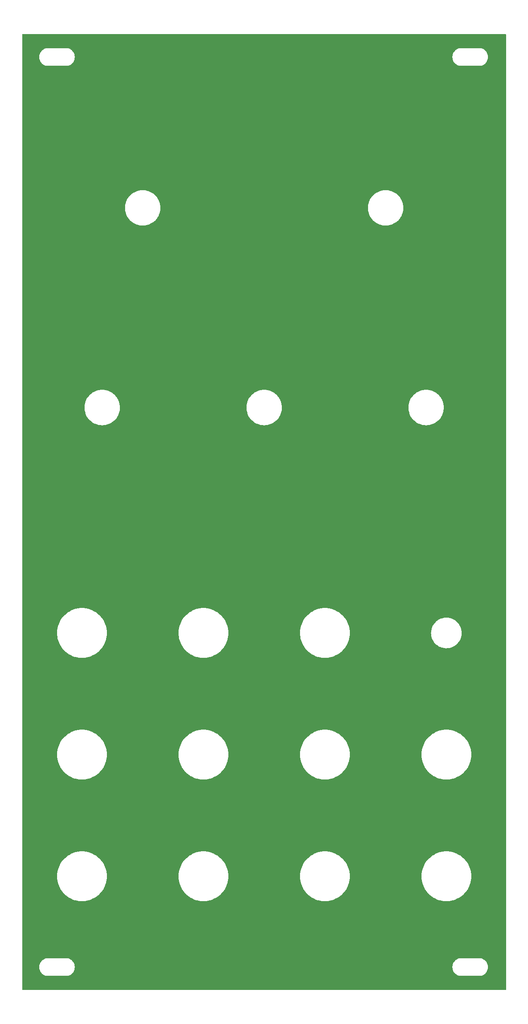
<source format=gbr>
G04 #@! TF.GenerationSoftware,KiCad,Pcbnew,(6.0.2)*
G04 #@! TF.CreationDate,2022-04-18T11:06:32+01:00*
G04 #@! TF.ProjectId,VCO_KiCad_Project-20220418,56434f5f-4b69-4436-9164-5f50726f6a65,rev?*
G04 #@! TF.SameCoordinates,Original*
G04 #@! TF.FileFunction,Copper,L1,Top*
G04 #@! TF.FilePolarity,Positive*
%FSLAX46Y46*%
G04 Gerber Fmt 4.6, Leading zero omitted, Abs format (unit mm)*
G04 Created by KiCad (PCBNEW (6.0.2)) date 2022-04-18 11:06:32*
%MOMM*%
%LPD*%
G01*
G04 APERTURE LIST*
G04 #@! TA.AperFunction,ComponentPad*
%ADD10C,4.000000*%
G04 #@! TD*
G04 APERTURE END LIST*
D10*
X149084640Y-82227820D03*
X182949640Y-82227820D03*
X174484640Y-40542820D03*
X115219640Y-82227820D03*
X123684640Y-40542820D03*
G04 #@! TA.AperFunction,Conductor*
G36*
X208126761Y-4262822D02*
G01*
X208173254Y-4316478D01*
X208184640Y-4368820D01*
X208184640Y-203716820D01*
X208164638Y-203784941D01*
X208110982Y-203831434D01*
X208058640Y-203842820D01*
X107110640Y-203842820D01*
X107042519Y-203822818D01*
X106996026Y-203769162D01*
X106984640Y-203716820D01*
X106984640Y-199092820D01*
X110579497Y-199092820D01*
X110581080Y-199099763D01*
X110581128Y-199100189D01*
X110581638Y-199105946D01*
X110596210Y-199328271D01*
X110642243Y-199559694D01*
X110643569Y-199563600D01*
X110643570Y-199563604D01*
X110716765Y-199779228D01*
X110718089Y-199783128D01*
X110822449Y-199994751D01*
X110824743Y-199998184D01*
X110881262Y-200082770D01*
X110953540Y-200190942D01*
X110956254Y-200194036D01*
X110956258Y-200194042D01*
X111084462Y-200340229D01*
X111109117Y-200368343D01*
X111112206Y-200371052D01*
X111283418Y-200521202D01*
X111283424Y-200521206D01*
X111286518Y-200523920D01*
X111289944Y-200526209D01*
X111289949Y-200526213D01*
X111436891Y-200624396D01*
X111482709Y-200655011D01*
X111694332Y-200759371D01*
X111698230Y-200760694D01*
X111698232Y-200760695D01*
X111913856Y-200833890D01*
X111913860Y-200833891D01*
X111917766Y-200835217D01*
X111921810Y-200836021D01*
X111921816Y-200836023D01*
X112145146Y-200880446D01*
X112145149Y-200880446D01*
X112149189Y-200881250D01*
X112153300Y-200881519D01*
X112153304Y-200881520D01*
X112370430Y-200895751D01*
X112376594Y-200896307D01*
X112376970Y-200896350D01*
X112383924Y-200897962D01*
X112384640Y-200897963D01*
X112393358Y-200895974D01*
X112421373Y-200892820D01*
X116147328Y-200892820D01*
X116175777Y-200896074D01*
X116183924Y-200897962D01*
X116184640Y-200897963D01*
X116191583Y-200896380D01*
X116192009Y-200896332D01*
X116197766Y-200895822D01*
X116310080Y-200888461D01*
X116415976Y-200881520D01*
X116415980Y-200881519D01*
X116420091Y-200881250D01*
X116424131Y-200880446D01*
X116424134Y-200880446D01*
X116647464Y-200836023D01*
X116647470Y-200836021D01*
X116651514Y-200835217D01*
X116655420Y-200833891D01*
X116655424Y-200833890D01*
X116871048Y-200760695D01*
X116871050Y-200760694D01*
X116874948Y-200759371D01*
X117086571Y-200655011D01*
X117132389Y-200624396D01*
X117279331Y-200526213D01*
X117279336Y-200526209D01*
X117282762Y-200523920D01*
X117285856Y-200521206D01*
X117285862Y-200521202D01*
X117457074Y-200371052D01*
X117460163Y-200368343D01*
X117484818Y-200340229D01*
X117613022Y-200194042D01*
X117613026Y-200194036D01*
X117615740Y-200190942D01*
X117688019Y-200082770D01*
X117744537Y-199998184D01*
X117746831Y-199994751D01*
X117851191Y-199783128D01*
X117852515Y-199779228D01*
X117925710Y-199563604D01*
X117925711Y-199563600D01*
X117927037Y-199559694D01*
X117973070Y-199328271D01*
X117987571Y-199107030D01*
X117988127Y-199100866D01*
X117988170Y-199100490D01*
X117989782Y-199093536D01*
X117989783Y-199092820D01*
X196959497Y-199092820D01*
X196961080Y-199099763D01*
X196961128Y-199100189D01*
X196961638Y-199105946D01*
X196976210Y-199328271D01*
X197022243Y-199559694D01*
X197023569Y-199563600D01*
X197023570Y-199563604D01*
X197096765Y-199779228D01*
X197098089Y-199783128D01*
X197202449Y-199994751D01*
X197204743Y-199998184D01*
X197261262Y-200082770D01*
X197333540Y-200190942D01*
X197336254Y-200194036D01*
X197336258Y-200194042D01*
X197464462Y-200340229D01*
X197489117Y-200368343D01*
X197492206Y-200371052D01*
X197663418Y-200521202D01*
X197663424Y-200521206D01*
X197666518Y-200523920D01*
X197669944Y-200526209D01*
X197669949Y-200526213D01*
X197816891Y-200624396D01*
X197862709Y-200655011D01*
X198074332Y-200759371D01*
X198078230Y-200760694D01*
X198078232Y-200760695D01*
X198293856Y-200833890D01*
X198293860Y-200833891D01*
X198297766Y-200835217D01*
X198301810Y-200836021D01*
X198301816Y-200836023D01*
X198525146Y-200880446D01*
X198525149Y-200880446D01*
X198529189Y-200881250D01*
X198533300Y-200881519D01*
X198533304Y-200881520D01*
X198750430Y-200895751D01*
X198756594Y-200896307D01*
X198756970Y-200896350D01*
X198763924Y-200897962D01*
X198764640Y-200897963D01*
X198773358Y-200895974D01*
X198801373Y-200892820D01*
X202527328Y-200892820D01*
X202555777Y-200896074D01*
X202563924Y-200897962D01*
X202564640Y-200897963D01*
X202571583Y-200896380D01*
X202572009Y-200896332D01*
X202577766Y-200895822D01*
X202690080Y-200888461D01*
X202795976Y-200881520D01*
X202795980Y-200881519D01*
X202800091Y-200881250D01*
X202804131Y-200880446D01*
X202804134Y-200880446D01*
X203027464Y-200836023D01*
X203027470Y-200836021D01*
X203031514Y-200835217D01*
X203035420Y-200833891D01*
X203035424Y-200833890D01*
X203251048Y-200760695D01*
X203251050Y-200760694D01*
X203254948Y-200759371D01*
X203466571Y-200655011D01*
X203512389Y-200624396D01*
X203659331Y-200526213D01*
X203659336Y-200526209D01*
X203662762Y-200523920D01*
X203665856Y-200521206D01*
X203665862Y-200521202D01*
X203837074Y-200371052D01*
X203840163Y-200368343D01*
X203864818Y-200340229D01*
X203993022Y-200194042D01*
X203993026Y-200194036D01*
X203995740Y-200190942D01*
X204068019Y-200082770D01*
X204124537Y-199998184D01*
X204126831Y-199994751D01*
X204231191Y-199783128D01*
X204232515Y-199779228D01*
X204305710Y-199563604D01*
X204305711Y-199563600D01*
X204307037Y-199559694D01*
X204353070Y-199328271D01*
X204367571Y-199107030D01*
X204368127Y-199100866D01*
X204368170Y-199100490D01*
X204369782Y-199093536D01*
X204369783Y-199092820D01*
X204367794Y-199084102D01*
X204364640Y-199056087D01*
X204364640Y-199030132D01*
X204367894Y-199001680D01*
X204369782Y-198993536D01*
X204369783Y-198992820D01*
X204368200Y-198985877D01*
X204368152Y-198985451D01*
X204367641Y-198979681D01*
X204367415Y-198976222D01*
X204353070Y-198757369D01*
X204307037Y-198525946D01*
X204249767Y-198357233D01*
X204232515Y-198306412D01*
X204232514Y-198306410D01*
X204231191Y-198302512D01*
X204126831Y-198090889D01*
X204096216Y-198045071D01*
X203998033Y-197898129D01*
X203998029Y-197898124D01*
X203995740Y-197894698D01*
X203993026Y-197891604D01*
X203993022Y-197891598D01*
X203842872Y-197720386D01*
X203840163Y-197717297D01*
X203776358Y-197661341D01*
X203665862Y-197564438D01*
X203665856Y-197564434D01*
X203662762Y-197561720D01*
X203659336Y-197559431D01*
X203659331Y-197559427D01*
X203470004Y-197432923D01*
X203466571Y-197430629D01*
X203254948Y-197326269D01*
X203251048Y-197324945D01*
X203035424Y-197251750D01*
X203035420Y-197251749D01*
X203031514Y-197250423D01*
X203027470Y-197249619D01*
X203027464Y-197249617D01*
X202804134Y-197205194D01*
X202804131Y-197205194D01*
X202800091Y-197204390D01*
X202795980Y-197204121D01*
X202795976Y-197204120D01*
X202578850Y-197189889D01*
X202572686Y-197189333D01*
X202572310Y-197189290D01*
X202565356Y-197187678D01*
X202564640Y-197187677D01*
X202555922Y-197189666D01*
X202527907Y-197192820D01*
X198801952Y-197192820D01*
X198773503Y-197189566D01*
X198765356Y-197187678D01*
X198764640Y-197187677D01*
X198757697Y-197189260D01*
X198757271Y-197189308D01*
X198751514Y-197189818D01*
X198639200Y-197197179D01*
X198533304Y-197204120D01*
X198533300Y-197204121D01*
X198529189Y-197204390D01*
X198525149Y-197205194D01*
X198525146Y-197205194D01*
X198301816Y-197249617D01*
X198301810Y-197249619D01*
X198297766Y-197250423D01*
X198293860Y-197251749D01*
X198293856Y-197251750D01*
X198078232Y-197324945D01*
X198074332Y-197326269D01*
X197862709Y-197430629D01*
X197859276Y-197432923D01*
X197669949Y-197559427D01*
X197669944Y-197559431D01*
X197666518Y-197561720D01*
X197663424Y-197564434D01*
X197663418Y-197564438D01*
X197552922Y-197661341D01*
X197489117Y-197717297D01*
X197486408Y-197720386D01*
X197336258Y-197891598D01*
X197336254Y-197891604D01*
X197333540Y-197894698D01*
X197331251Y-197898124D01*
X197331247Y-197898129D01*
X197233064Y-198045071D01*
X197202449Y-198090889D01*
X197098089Y-198302512D01*
X197096766Y-198306410D01*
X197096765Y-198306412D01*
X197079514Y-198357233D01*
X197022243Y-198525946D01*
X196976210Y-198757369D01*
X196975941Y-198761480D01*
X196975940Y-198761484D01*
X196961709Y-198978610D01*
X196961153Y-198984774D01*
X196961110Y-198985150D01*
X196959498Y-198992104D01*
X196959497Y-198992820D01*
X196961486Y-199001538D01*
X196964640Y-199029553D01*
X196964640Y-199055508D01*
X196961386Y-199083957D01*
X196959498Y-199092104D01*
X196959497Y-199092820D01*
X117989783Y-199092820D01*
X117987794Y-199084102D01*
X117984640Y-199056087D01*
X117984640Y-199030132D01*
X117987894Y-199001680D01*
X117989782Y-198993536D01*
X117989783Y-198992820D01*
X117988200Y-198985877D01*
X117988152Y-198985451D01*
X117987641Y-198979681D01*
X117987415Y-198976222D01*
X117973070Y-198757369D01*
X117927037Y-198525946D01*
X117869767Y-198357233D01*
X117852515Y-198306412D01*
X117852514Y-198306410D01*
X117851191Y-198302512D01*
X117746831Y-198090889D01*
X117716216Y-198045071D01*
X117618033Y-197898129D01*
X117618029Y-197898124D01*
X117615740Y-197894698D01*
X117613026Y-197891604D01*
X117613022Y-197891598D01*
X117462872Y-197720386D01*
X117460163Y-197717297D01*
X117396358Y-197661341D01*
X117285862Y-197564438D01*
X117285856Y-197564434D01*
X117282762Y-197561720D01*
X117279336Y-197559431D01*
X117279331Y-197559427D01*
X117090004Y-197432923D01*
X117086571Y-197430629D01*
X116874948Y-197326269D01*
X116871048Y-197324945D01*
X116655424Y-197251750D01*
X116655420Y-197251749D01*
X116651514Y-197250423D01*
X116647470Y-197249619D01*
X116647464Y-197249617D01*
X116424134Y-197205194D01*
X116424131Y-197205194D01*
X116420091Y-197204390D01*
X116415980Y-197204121D01*
X116415976Y-197204120D01*
X116198850Y-197189889D01*
X116192686Y-197189333D01*
X116192310Y-197189290D01*
X116185356Y-197187678D01*
X116184640Y-197187677D01*
X116175922Y-197189666D01*
X116147907Y-197192820D01*
X112421952Y-197192820D01*
X112393503Y-197189566D01*
X112385356Y-197187678D01*
X112384640Y-197187677D01*
X112377697Y-197189260D01*
X112377271Y-197189308D01*
X112371514Y-197189818D01*
X112259200Y-197197179D01*
X112153304Y-197204120D01*
X112153300Y-197204121D01*
X112149189Y-197204390D01*
X112145149Y-197205194D01*
X112145146Y-197205194D01*
X111921816Y-197249617D01*
X111921810Y-197249619D01*
X111917766Y-197250423D01*
X111913860Y-197251749D01*
X111913856Y-197251750D01*
X111698232Y-197324945D01*
X111694332Y-197326269D01*
X111482709Y-197430629D01*
X111479276Y-197432923D01*
X111289949Y-197559427D01*
X111289944Y-197559431D01*
X111286518Y-197561720D01*
X111283424Y-197564434D01*
X111283418Y-197564438D01*
X111172922Y-197661341D01*
X111109117Y-197717297D01*
X111106408Y-197720386D01*
X110956258Y-197891598D01*
X110956254Y-197891604D01*
X110953540Y-197894698D01*
X110951251Y-197898124D01*
X110951247Y-197898129D01*
X110853064Y-198045071D01*
X110822449Y-198090889D01*
X110718089Y-198302512D01*
X110716766Y-198306410D01*
X110716765Y-198306412D01*
X110699514Y-198357233D01*
X110642243Y-198525946D01*
X110596210Y-198757369D01*
X110595941Y-198761480D01*
X110595940Y-198761484D01*
X110581709Y-198978610D01*
X110581153Y-198984774D01*
X110581110Y-198985150D01*
X110579498Y-198992104D01*
X110579497Y-198992820D01*
X110581486Y-199001538D01*
X110584640Y-199029553D01*
X110584640Y-199055508D01*
X110581386Y-199083957D01*
X110579498Y-199092104D01*
X110579497Y-199092820D01*
X106984640Y-199092820D01*
X106984640Y-180092820D01*
X114279686Y-180092820D01*
X114299492Y-180546462D01*
X114358761Y-180996651D01*
X114359358Y-180999346D01*
X114359359Y-180999349D01*
X114438019Y-181354158D01*
X114457041Y-181439961D01*
X114457866Y-181442578D01*
X114457868Y-181442585D01*
X114522517Y-181647624D01*
X114593583Y-181873019D01*
X114767350Y-182292529D01*
X114977018Y-182695297D01*
X114978497Y-182697619D01*
X114978499Y-182697622D01*
X115037873Y-182790820D01*
X115220991Y-183078259D01*
X115222655Y-183080427D01*
X115222663Y-183080439D01*
X115479464Y-183415107D01*
X115497414Y-183438500D01*
X115499272Y-183440528D01*
X115499279Y-183440536D01*
X115746129Y-183709924D01*
X115804182Y-183773278D01*
X115806202Y-183775129D01*
X116136924Y-184078181D01*
X116136932Y-184078188D01*
X116138960Y-184080046D01*
X116141152Y-184081728D01*
X116497021Y-184354797D01*
X116497033Y-184354805D01*
X116499201Y-184356469D01*
X116501515Y-184357943D01*
X116854708Y-184582951D01*
X116882163Y-184600442D01*
X117284931Y-184810110D01*
X117704441Y-184983877D01*
X117707061Y-184984703D01*
X117707069Y-184984706D01*
X118134875Y-185119592D01*
X118134882Y-185119594D01*
X118137499Y-185120419D01*
X118140184Y-185121014D01*
X118140183Y-185121014D01*
X118578111Y-185218101D01*
X118578114Y-185218102D01*
X118580809Y-185218699D01*
X118583539Y-185219058D01*
X118583548Y-185219060D01*
X118805904Y-185248334D01*
X119030998Y-185277968D01*
X119484640Y-185297774D01*
X119938282Y-185277968D01*
X120163376Y-185248334D01*
X120385732Y-185219060D01*
X120385741Y-185219058D01*
X120388471Y-185218699D01*
X120391166Y-185218102D01*
X120391169Y-185218101D01*
X120829097Y-185121014D01*
X120829096Y-185121014D01*
X120831781Y-185120419D01*
X120834398Y-185119594D01*
X120834405Y-185119592D01*
X121262211Y-184984706D01*
X121262219Y-184984703D01*
X121264839Y-184983877D01*
X121684349Y-184810110D01*
X122087117Y-184600442D01*
X122114573Y-184582951D01*
X122467765Y-184357943D01*
X122470079Y-184356469D01*
X122472247Y-184354805D01*
X122472259Y-184354797D01*
X122828128Y-184081728D01*
X122830320Y-184080046D01*
X122832348Y-184078188D01*
X122832356Y-184078181D01*
X123163078Y-183775129D01*
X123165098Y-183773278D01*
X123223151Y-183709924D01*
X123470001Y-183440536D01*
X123470008Y-183440528D01*
X123471866Y-183438500D01*
X123489816Y-183415107D01*
X123746617Y-183080439D01*
X123746625Y-183080427D01*
X123748289Y-183078259D01*
X123931407Y-182790820D01*
X123990781Y-182697622D01*
X123990783Y-182697619D01*
X123992262Y-182695297D01*
X124201930Y-182292529D01*
X124375697Y-181873019D01*
X124446764Y-181647624D01*
X124511412Y-181442585D01*
X124511414Y-181442578D01*
X124512239Y-181439961D01*
X124531261Y-181354158D01*
X124609921Y-180999349D01*
X124609922Y-180999346D01*
X124610519Y-180996651D01*
X124669788Y-180546462D01*
X124689594Y-180092820D01*
X139679686Y-180092820D01*
X139699492Y-180546462D01*
X139758761Y-180996651D01*
X139759358Y-180999346D01*
X139759359Y-180999349D01*
X139838019Y-181354158D01*
X139857041Y-181439961D01*
X139857866Y-181442578D01*
X139857868Y-181442585D01*
X139922517Y-181647624D01*
X139993583Y-181873019D01*
X140167350Y-182292529D01*
X140377018Y-182695297D01*
X140378497Y-182697619D01*
X140378499Y-182697622D01*
X140437873Y-182790820D01*
X140620991Y-183078259D01*
X140622655Y-183080427D01*
X140622663Y-183080439D01*
X140879464Y-183415107D01*
X140897414Y-183438500D01*
X140899272Y-183440528D01*
X140899279Y-183440536D01*
X141146129Y-183709924D01*
X141204182Y-183773278D01*
X141206202Y-183775129D01*
X141536924Y-184078181D01*
X141536932Y-184078188D01*
X141538960Y-184080046D01*
X141541152Y-184081728D01*
X141897021Y-184354797D01*
X141897033Y-184354805D01*
X141899201Y-184356469D01*
X141901515Y-184357943D01*
X142254708Y-184582951D01*
X142282163Y-184600442D01*
X142684931Y-184810110D01*
X143104441Y-184983877D01*
X143107061Y-184984703D01*
X143107069Y-184984706D01*
X143534875Y-185119592D01*
X143534882Y-185119594D01*
X143537499Y-185120419D01*
X143540184Y-185121014D01*
X143540183Y-185121014D01*
X143978111Y-185218101D01*
X143978114Y-185218102D01*
X143980809Y-185218699D01*
X143983539Y-185219058D01*
X143983548Y-185219060D01*
X144205904Y-185248334D01*
X144430998Y-185277968D01*
X144884640Y-185297774D01*
X145338282Y-185277968D01*
X145563376Y-185248334D01*
X145785732Y-185219060D01*
X145785741Y-185219058D01*
X145788471Y-185218699D01*
X145791166Y-185218102D01*
X145791169Y-185218101D01*
X146229097Y-185121014D01*
X146229096Y-185121014D01*
X146231781Y-185120419D01*
X146234398Y-185119594D01*
X146234405Y-185119592D01*
X146662211Y-184984706D01*
X146662219Y-184984703D01*
X146664839Y-184983877D01*
X147084349Y-184810110D01*
X147487117Y-184600442D01*
X147514573Y-184582951D01*
X147867765Y-184357943D01*
X147870079Y-184356469D01*
X147872247Y-184354805D01*
X147872259Y-184354797D01*
X148228128Y-184081728D01*
X148230320Y-184080046D01*
X148232348Y-184078188D01*
X148232356Y-184078181D01*
X148563078Y-183775129D01*
X148565098Y-183773278D01*
X148623151Y-183709924D01*
X148870001Y-183440536D01*
X148870008Y-183440528D01*
X148871866Y-183438500D01*
X148889816Y-183415107D01*
X149146617Y-183080439D01*
X149146625Y-183080427D01*
X149148289Y-183078259D01*
X149331407Y-182790820D01*
X149390781Y-182697622D01*
X149390783Y-182697619D01*
X149392262Y-182695297D01*
X149601930Y-182292529D01*
X149775697Y-181873019D01*
X149846764Y-181647624D01*
X149911412Y-181442585D01*
X149911414Y-181442578D01*
X149912239Y-181439961D01*
X149931261Y-181354158D01*
X150009921Y-180999349D01*
X150009922Y-180999346D01*
X150010519Y-180996651D01*
X150069788Y-180546462D01*
X150089594Y-180092820D01*
X165079686Y-180092820D01*
X165099492Y-180546462D01*
X165158761Y-180996651D01*
X165159358Y-180999346D01*
X165159359Y-180999349D01*
X165238019Y-181354158D01*
X165257041Y-181439961D01*
X165257866Y-181442578D01*
X165257868Y-181442585D01*
X165322517Y-181647624D01*
X165393583Y-181873019D01*
X165567350Y-182292529D01*
X165777018Y-182695297D01*
X165778497Y-182697619D01*
X165778499Y-182697622D01*
X165837873Y-182790820D01*
X166020991Y-183078259D01*
X166022655Y-183080427D01*
X166022663Y-183080439D01*
X166279464Y-183415107D01*
X166297414Y-183438500D01*
X166299272Y-183440528D01*
X166299279Y-183440536D01*
X166546129Y-183709924D01*
X166604182Y-183773278D01*
X166606202Y-183775129D01*
X166936924Y-184078181D01*
X166936932Y-184078188D01*
X166938960Y-184080046D01*
X166941152Y-184081728D01*
X167297021Y-184354797D01*
X167297033Y-184354805D01*
X167299201Y-184356469D01*
X167301515Y-184357943D01*
X167654708Y-184582951D01*
X167682163Y-184600442D01*
X168084931Y-184810110D01*
X168504441Y-184983877D01*
X168507061Y-184984703D01*
X168507069Y-184984706D01*
X168934875Y-185119592D01*
X168934882Y-185119594D01*
X168937499Y-185120419D01*
X168940184Y-185121014D01*
X168940183Y-185121014D01*
X169378111Y-185218101D01*
X169378114Y-185218102D01*
X169380809Y-185218699D01*
X169383539Y-185219058D01*
X169383548Y-185219060D01*
X169605904Y-185248334D01*
X169830998Y-185277968D01*
X170284640Y-185297774D01*
X170738282Y-185277968D01*
X170963376Y-185248334D01*
X171185732Y-185219060D01*
X171185741Y-185219058D01*
X171188471Y-185218699D01*
X171191166Y-185218102D01*
X171191169Y-185218101D01*
X171629097Y-185121014D01*
X171629096Y-185121014D01*
X171631781Y-185120419D01*
X171634398Y-185119594D01*
X171634405Y-185119592D01*
X172062211Y-184984706D01*
X172062219Y-184984703D01*
X172064839Y-184983877D01*
X172484349Y-184810110D01*
X172887117Y-184600442D01*
X172914573Y-184582951D01*
X173267765Y-184357943D01*
X173270079Y-184356469D01*
X173272247Y-184354805D01*
X173272259Y-184354797D01*
X173628128Y-184081728D01*
X173630320Y-184080046D01*
X173632348Y-184078188D01*
X173632356Y-184078181D01*
X173963078Y-183775129D01*
X173965098Y-183773278D01*
X174023151Y-183709924D01*
X174270001Y-183440536D01*
X174270008Y-183440528D01*
X174271866Y-183438500D01*
X174289816Y-183415107D01*
X174546617Y-183080439D01*
X174546625Y-183080427D01*
X174548289Y-183078259D01*
X174731407Y-182790820D01*
X174790781Y-182697622D01*
X174790783Y-182697619D01*
X174792262Y-182695297D01*
X175001930Y-182292529D01*
X175175697Y-181873019D01*
X175246764Y-181647624D01*
X175311412Y-181442585D01*
X175311414Y-181442578D01*
X175312239Y-181439961D01*
X175331261Y-181354158D01*
X175409921Y-180999349D01*
X175409922Y-180999346D01*
X175410519Y-180996651D01*
X175469788Y-180546462D01*
X175489594Y-180092820D01*
X190479686Y-180092820D01*
X190499492Y-180546462D01*
X190558761Y-180996651D01*
X190559358Y-180999346D01*
X190559359Y-180999349D01*
X190638019Y-181354158D01*
X190657041Y-181439961D01*
X190657866Y-181442578D01*
X190657868Y-181442585D01*
X190722517Y-181647624D01*
X190793583Y-181873019D01*
X190967350Y-182292529D01*
X191177018Y-182695297D01*
X191178497Y-182697619D01*
X191178499Y-182697622D01*
X191237873Y-182790820D01*
X191420991Y-183078259D01*
X191422655Y-183080427D01*
X191422663Y-183080439D01*
X191679464Y-183415107D01*
X191697414Y-183438500D01*
X191699272Y-183440528D01*
X191699279Y-183440536D01*
X191946129Y-183709924D01*
X192004182Y-183773278D01*
X192006202Y-183775129D01*
X192336924Y-184078181D01*
X192336932Y-184078188D01*
X192338960Y-184080046D01*
X192341152Y-184081728D01*
X192697021Y-184354797D01*
X192697033Y-184354805D01*
X192699201Y-184356469D01*
X192701515Y-184357943D01*
X193054708Y-184582951D01*
X193082163Y-184600442D01*
X193484931Y-184810110D01*
X193904441Y-184983877D01*
X193907061Y-184984703D01*
X193907069Y-184984706D01*
X194334875Y-185119592D01*
X194334882Y-185119594D01*
X194337499Y-185120419D01*
X194340184Y-185121014D01*
X194340183Y-185121014D01*
X194778111Y-185218101D01*
X194778114Y-185218102D01*
X194780809Y-185218699D01*
X194783539Y-185219058D01*
X194783548Y-185219060D01*
X195005904Y-185248334D01*
X195230998Y-185277968D01*
X195684640Y-185297774D01*
X196138282Y-185277968D01*
X196363376Y-185248334D01*
X196585732Y-185219060D01*
X196585741Y-185219058D01*
X196588471Y-185218699D01*
X196591166Y-185218102D01*
X196591169Y-185218101D01*
X197029097Y-185121014D01*
X197029096Y-185121014D01*
X197031781Y-185120419D01*
X197034398Y-185119594D01*
X197034405Y-185119592D01*
X197462211Y-184984706D01*
X197462219Y-184984703D01*
X197464839Y-184983877D01*
X197884349Y-184810110D01*
X198287117Y-184600442D01*
X198314573Y-184582951D01*
X198667765Y-184357943D01*
X198670079Y-184356469D01*
X198672247Y-184354805D01*
X198672259Y-184354797D01*
X199028128Y-184081728D01*
X199030320Y-184080046D01*
X199032348Y-184078188D01*
X199032356Y-184078181D01*
X199363078Y-183775129D01*
X199365098Y-183773278D01*
X199423151Y-183709924D01*
X199670001Y-183440536D01*
X199670008Y-183440528D01*
X199671866Y-183438500D01*
X199689816Y-183415107D01*
X199946617Y-183080439D01*
X199946625Y-183080427D01*
X199948289Y-183078259D01*
X200131407Y-182790820D01*
X200190781Y-182697622D01*
X200190783Y-182697619D01*
X200192262Y-182695297D01*
X200401930Y-182292529D01*
X200575697Y-181873019D01*
X200646764Y-181647624D01*
X200711412Y-181442585D01*
X200711414Y-181442578D01*
X200712239Y-181439961D01*
X200731261Y-181354158D01*
X200809921Y-180999349D01*
X200809922Y-180999346D01*
X200810519Y-180996651D01*
X200869788Y-180546462D01*
X200889594Y-180092820D01*
X200869788Y-179639178D01*
X200810519Y-179188989D01*
X200795101Y-179119441D01*
X200712834Y-178748363D01*
X200712239Y-178745679D01*
X200711412Y-178743055D01*
X200576526Y-178315249D01*
X200576523Y-178315241D01*
X200575697Y-178312621D01*
X200401930Y-177893111D01*
X200192262Y-177490343D01*
X199948289Y-177107381D01*
X199946625Y-177105213D01*
X199946617Y-177105201D01*
X199673548Y-176749332D01*
X199671866Y-176747140D01*
X199670008Y-176745112D01*
X199670001Y-176745104D01*
X199366949Y-176414382D01*
X199365098Y-176412362D01*
X199225806Y-176284724D01*
X199032356Y-176107459D01*
X199032348Y-176107452D01*
X199030320Y-176105594D01*
X199028128Y-176103912D01*
X198672259Y-175830843D01*
X198672247Y-175830835D01*
X198670079Y-175829171D01*
X198287117Y-175585198D01*
X197884349Y-175375530D01*
X197464839Y-175201763D01*
X197462219Y-175200937D01*
X197462211Y-175200934D01*
X197034405Y-175066048D01*
X197034398Y-175066046D01*
X197031781Y-175065221D01*
X196945978Y-175046199D01*
X196591169Y-174967539D01*
X196591166Y-174967538D01*
X196588471Y-174966941D01*
X196585741Y-174966582D01*
X196585732Y-174966580D01*
X196363376Y-174937306D01*
X196138282Y-174907672D01*
X195684640Y-174887866D01*
X195230998Y-174907672D01*
X195005904Y-174937306D01*
X194783548Y-174966580D01*
X194783539Y-174966582D01*
X194780809Y-174966941D01*
X194778114Y-174967538D01*
X194778111Y-174967539D01*
X194423302Y-175046199D01*
X194337499Y-175065221D01*
X194334882Y-175066046D01*
X194334875Y-175066048D01*
X193907069Y-175200934D01*
X193907061Y-175200937D01*
X193904441Y-175201763D01*
X193484931Y-175375530D01*
X193082163Y-175585198D01*
X192699201Y-175829171D01*
X192697033Y-175830835D01*
X192697021Y-175830843D01*
X192341152Y-176103912D01*
X192338960Y-176105594D01*
X192336932Y-176107452D01*
X192336924Y-176107459D01*
X192143474Y-176284724D01*
X192004182Y-176412362D01*
X192002331Y-176414382D01*
X191699279Y-176745104D01*
X191699272Y-176745112D01*
X191697414Y-176747140D01*
X191695732Y-176749332D01*
X191422663Y-177105201D01*
X191422655Y-177105213D01*
X191420991Y-177107381D01*
X191177018Y-177490343D01*
X190967350Y-177893111D01*
X190793583Y-178312621D01*
X190792757Y-178315241D01*
X190792754Y-178315249D01*
X190657868Y-178743055D01*
X190657041Y-178745679D01*
X190656446Y-178748363D01*
X190574180Y-179119441D01*
X190558761Y-179188989D01*
X190499492Y-179639178D01*
X190485172Y-179967171D01*
X190479686Y-180092820D01*
X175489594Y-180092820D01*
X175469788Y-179639178D01*
X175410519Y-179188989D01*
X175395101Y-179119441D01*
X175312834Y-178748363D01*
X175312239Y-178745679D01*
X175311412Y-178743055D01*
X175176526Y-178315249D01*
X175176523Y-178315241D01*
X175175697Y-178312621D01*
X175001930Y-177893111D01*
X174792262Y-177490343D01*
X174548289Y-177107381D01*
X174546625Y-177105213D01*
X174546617Y-177105201D01*
X174273548Y-176749332D01*
X174271866Y-176747140D01*
X174270008Y-176745112D01*
X174270001Y-176745104D01*
X173966949Y-176414382D01*
X173965098Y-176412362D01*
X173825806Y-176284724D01*
X173632356Y-176107459D01*
X173632348Y-176107452D01*
X173630320Y-176105594D01*
X173628128Y-176103912D01*
X173272259Y-175830843D01*
X173272247Y-175830835D01*
X173270079Y-175829171D01*
X172887117Y-175585198D01*
X172484349Y-175375530D01*
X172064839Y-175201763D01*
X172062219Y-175200937D01*
X172062211Y-175200934D01*
X171634405Y-175066048D01*
X171634398Y-175066046D01*
X171631781Y-175065221D01*
X171545978Y-175046199D01*
X171191169Y-174967539D01*
X171191166Y-174967538D01*
X171188471Y-174966941D01*
X171185741Y-174966582D01*
X171185732Y-174966580D01*
X170963376Y-174937306D01*
X170738282Y-174907672D01*
X170284640Y-174887866D01*
X169830998Y-174907672D01*
X169605904Y-174937306D01*
X169383548Y-174966580D01*
X169383539Y-174966582D01*
X169380809Y-174966941D01*
X169378114Y-174967538D01*
X169378111Y-174967539D01*
X169023302Y-175046199D01*
X168937499Y-175065221D01*
X168934882Y-175066046D01*
X168934875Y-175066048D01*
X168507069Y-175200934D01*
X168507061Y-175200937D01*
X168504441Y-175201763D01*
X168084931Y-175375530D01*
X167682163Y-175585198D01*
X167299201Y-175829171D01*
X167297033Y-175830835D01*
X167297021Y-175830843D01*
X166941152Y-176103912D01*
X166938960Y-176105594D01*
X166936932Y-176107452D01*
X166936924Y-176107459D01*
X166743474Y-176284724D01*
X166604182Y-176412362D01*
X166602331Y-176414382D01*
X166299279Y-176745104D01*
X166299272Y-176745112D01*
X166297414Y-176747140D01*
X166295732Y-176749332D01*
X166022663Y-177105201D01*
X166022655Y-177105213D01*
X166020991Y-177107381D01*
X165777018Y-177490343D01*
X165567350Y-177893111D01*
X165393583Y-178312621D01*
X165392757Y-178315241D01*
X165392754Y-178315249D01*
X165257868Y-178743055D01*
X165257041Y-178745679D01*
X165256446Y-178748363D01*
X165174180Y-179119441D01*
X165158761Y-179188989D01*
X165099492Y-179639178D01*
X165085172Y-179967171D01*
X165079686Y-180092820D01*
X150089594Y-180092820D01*
X150069788Y-179639178D01*
X150010519Y-179188989D01*
X149995101Y-179119441D01*
X149912834Y-178748363D01*
X149912239Y-178745679D01*
X149911412Y-178743055D01*
X149776526Y-178315249D01*
X149776523Y-178315241D01*
X149775697Y-178312621D01*
X149601930Y-177893111D01*
X149392262Y-177490343D01*
X149148289Y-177107381D01*
X149146625Y-177105213D01*
X149146617Y-177105201D01*
X148873548Y-176749332D01*
X148871866Y-176747140D01*
X148870008Y-176745112D01*
X148870001Y-176745104D01*
X148566949Y-176414382D01*
X148565098Y-176412362D01*
X148425806Y-176284724D01*
X148232356Y-176107459D01*
X148232348Y-176107452D01*
X148230320Y-176105594D01*
X148228128Y-176103912D01*
X147872259Y-175830843D01*
X147872247Y-175830835D01*
X147870079Y-175829171D01*
X147487117Y-175585198D01*
X147084349Y-175375530D01*
X146664839Y-175201763D01*
X146662219Y-175200937D01*
X146662211Y-175200934D01*
X146234405Y-175066048D01*
X146234398Y-175066046D01*
X146231781Y-175065221D01*
X146145978Y-175046199D01*
X145791169Y-174967539D01*
X145791166Y-174967538D01*
X145788471Y-174966941D01*
X145785741Y-174966582D01*
X145785732Y-174966580D01*
X145563376Y-174937306D01*
X145338282Y-174907672D01*
X144884640Y-174887866D01*
X144430998Y-174907672D01*
X144205904Y-174937306D01*
X143983548Y-174966580D01*
X143983539Y-174966582D01*
X143980809Y-174966941D01*
X143978114Y-174967538D01*
X143978111Y-174967539D01*
X143623302Y-175046199D01*
X143537499Y-175065221D01*
X143534882Y-175066046D01*
X143534875Y-175066048D01*
X143107069Y-175200934D01*
X143107061Y-175200937D01*
X143104441Y-175201763D01*
X142684931Y-175375530D01*
X142282163Y-175585198D01*
X141899201Y-175829171D01*
X141897033Y-175830835D01*
X141897021Y-175830843D01*
X141541152Y-176103912D01*
X141538960Y-176105594D01*
X141536932Y-176107452D01*
X141536924Y-176107459D01*
X141343474Y-176284724D01*
X141204182Y-176412362D01*
X141202331Y-176414382D01*
X140899279Y-176745104D01*
X140899272Y-176745112D01*
X140897414Y-176747140D01*
X140895732Y-176749332D01*
X140622663Y-177105201D01*
X140622655Y-177105213D01*
X140620991Y-177107381D01*
X140377018Y-177490343D01*
X140167350Y-177893111D01*
X139993583Y-178312621D01*
X139992757Y-178315241D01*
X139992754Y-178315249D01*
X139857868Y-178743055D01*
X139857041Y-178745679D01*
X139856446Y-178748363D01*
X139774180Y-179119441D01*
X139758761Y-179188989D01*
X139699492Y-179639178D01*
X139685172Y-179967171D01*
X139679686Y-180092820D01*
X124689594Y-180092820D01*
X124669788Y-179639178D01*
X124610519Y-179188989D01*
X124595101Y-179119441D01*
X124512834Y-178748363D01*
X124512239Y-178745679D01*
X124511412Y-178743055D01*
X124376526Y-178315249D01*
X124376523Y-178315241D01*
X124375697Y-178312621D01*
X124201930Y-177893111D01*
X123992262Y-177490343D01*
X123748289Y-177107381D01*
X123746625Y-177105213D01*
X123746617Y-177105201D01*
X123473548Y-176749332D01*
X123471866Y-176747140D01*
X123470008Y-176745112D01*
X123470001Y-176745104D01*
X123166949Y-176414382D01*
X123165098Y-176412362D01*
X123025806Y-176284724D01*
X122832356Y-176107459D01*
X122832348Y-176107452D01*
X122830320Y-176105594D01*
X122828128Y-176103912D01*
X122472259Y-175830843D01*
X122472247Y-175830835D01*
X122470079Y-175829171D01*
X122087117Y-175585198D01*
X121684349Y-175375530D01*
X121264839Y-175201763D01*
X121262219Y-175200937D01*
X121262211Y-175200934D01*
X120834405Y-175066048D01*
X120834398Y-175066046D01*
X120831781Y-175065221D01*
X120745978Y-175046199D01*
X120391169Y-174967539D01*
X120391166Y-174967538D01*
X120388471Y-174966941D01*
X120385741Y-174966582D01*
X120385732Y-174966580D01*
X120163376Y-174937306D01*
X119938282Y-174907672D01*
X119484640Y-174887866D01*
X119030998Y-174907672D01*
X118805904Y-174937306D01*
X118583548Y-174966580D01*
X118583539Y-174966582D01*
X118580809Y-174966941D01*
X118578114Y-174967538D01*
X118578111Y-174967539D01*
X118223302Y-175046199D01*
X118137499Y-175065221D01*
X118134882Y-175066046D01*
X118134875Y-175066048D01*
X117707069Y-175200934D01*
X117707061Y-175200937D01*
X117704441Y-175201763D01*
X117284931Y-175375530D01*
X116882163Y-175585198D01*
X116499201Y-175829171D01*
X116497033Y-175830835D01*
X116497021Y-175830843D01*
X116141152Y-176103912D01*
X116138960Y-176105594D01*
X116136932Y-176107452D01*
X116136924Y-176107459D01*
X115943474Y-176284724D01*
X115804182Y-176412362D01*
X115802331Y-176414382D01*
X115499279Y-176745104D01*
X115499272Y-176745112D01*
X115497414Y-176747140D01*
X115495732Y-176749332D01*
X115222663Y-177105201D01*
X115222655Y-177105213D01*
X115220991Y-177107381D01*
X114977018Y-177490343D01*
X114767350Y-177893111D01*
X114593583Y-178312621D01*
X114592757Y-178315241D01*
X114592754Y-178315249D01*
X114457868Y-178743055D01*
X114457041Y-178745679D01*
X114456446Y-178748363D01*
X114374180Y-179119441D01*
X114358761Y-179188989D01*
X114299492Y-179639178D01*
X114285172Y-179967171D01*
X114279686Y-180092820D01*
X106984640Y-180092820D01*
X106984640Y-154692820D01*
X114279686Y-154692820D01*
X114299492Y-155146462D01*
X114358761Y-155596651D01*
X114359358Y-155599346D01*
X114359359Y-155599349D01*
X114438019Y-155954157D01*
X114457041Y-156039961D01*
X114457866Y-156042578D01*
X114457868Y-156042585D01*
X114522517Y-156247624D01*
X114593583Y-156473019D01*
X114767350Y-156892529D01*
X114977018Y-157295297D01*
X114978497Y-157297619D01*
X114978499Y-157297622D01*
X115037873Y-157390820D01*
X115220991Y-157678259D01*
X115222655Y-157680427D01*
X115222663Y-157680439D01*
X115479464Y-158015107D01*
X115497414Y-158038500D01*
X115499272Y-158040528D01*
X115499279Y-158040536D01*
X115746129Y-158309924D01*
X115804182Y-158373278D01*
X115806202Y-158375129D01*
X116136924Y-158678181D01*
X116136932Y-158678188D01*
X116138960Y-158680046D01*
X116141152Y-158681728D01*
X116497021Y-158954797D01*
X116497033Y-158954805D01*
X116499201Y-158956469D01*
X116501515Y-158957943D01*
X116854708Y-159182951D01*
X116882163Y-159200442D01*
X117284931Y-159410110D01*
X117704441Y-159583877D01*
X117707061Y-159584703D01*
X117707069Y-159584706D01*
X118134875Y-159719592D01*
X118134882Y-159719594D01*
X118137499Y-159720419D01*
X118140184Y-159721014D01*
X118140183Y-159721014D01*
X118578111Y-159818101D01*
X118578114Y-159818102D01*
X118580809Y-159818699D01*
X118583539Y-159819058D01*
X118583548Y-159819060D01*
X118805904Y-159848334D01*
X119030998Y-159877968D01*
X119484640Y-159897774D01*
X119938282Y-159877968D01*
X120163376Y-159848334D01*
X120385732Y-159819060D01*
X120385741Y-159819058D01*
X120388471Y-159818699D01*
X120391166Y-159818102D01*
X120391169Y-159818101D01*
X120829097Y-159721014D01*
X120829096Y-159721014D01*
X120831781Y-159720419D01*
X120834398Y-159719594D01*
X120834405Y-159719592D01*
X121262211Y-159584706D01*
X121262219Y-159584703D01*
X121264839Y-159583877D01*
X121684349Y-159410110D01*
X122087117Y-159200442D01*
X122114573Y-159182951D01*
X122467765Y-158957943D01*
X122470079Y-158956469D01*
X122472247Y-158954805D01*
X122472259Y-158954797D01*
X122828128Y-158681728D01*
X122830320Y-158680046D01*
X122832348Y-158678188D01*
X122832356Y-158678181D01*
X123163078Y-158375129D01*
X123165098Y-158373278D01*
X123223151Y-158309924D01*
X123470001Y-158040536D01*
X123470008Y-158040528D01*
X123471866Y-158038500D01*
X123489816Y-158015107D01*
X123746617Y-157680439D01*
X123746625Y-157680427D01*
X123748289Y-157678259D01*
X123931407Y-157390820D01*
X123990781Y-157297622D01*
X123990783Y-157297619D01*
X123992262Y-157295297D01*
X124201930Y-156892529D01*
X124375697Y-156473019D01*
X124446764Y-156247624D01*
X124511412Y-156042585D01*
X124511414Y-156042578D01*
X124512239Y-156039961D01*
X124531261Y-155954158D01*
X124609921Y-155599349D01*
X124609922Y-155599346D01*
X124610519Y-155596651D01*
X124669788Y-155146462D01*
X124689594Y-154692820D01*
X139679686Y-154692820D01*
X139699492Y-155146462D01*
X139758761Y-155596651D01*
X139759358Y-155599346D01*
X139759359Y-155599349D01*
X139838019Y-155954157D01*
X139857041Y-156039961D01*
X139857866Y-156042578D01*
X139857868Y-156042585D01*
X139922517Y-156247624D01*
X139993583Y-156473019D01*
X140167350Y-156892529D01*
X140377018Y-157295297D01*
X140378497Y-157297619D01*
X140378499Y-157297622D01*
X140437873Y-157390820D01*
X140620991Y-157678259D01*
X140622655Y-157680427D01*
X140622663Y-157680439D01*
X140879464Y-158015107D01*
X140897414Y-158038500D01*
X140899272Y-158040528D01*
X140899279Y-158040536D01*
X141146129Y-158309924D01*
X141204182Y-158373278D01*
X141206202Y-158375129D01*
X141536924Y-158678181D01*
X141536932Y-158678188D01*
X141538960Y-158680046D01*
X141541152Y-158681728D01*
X141897021Y-158954797D01*
X141897033Y-158954805D01*
X141899201Y-158956469D01*
X141901515Y-158957943D01*
X142254708Y-159182951D01*
X142282163Y-159200442D01*
X142684931Y-159410110D01*
X143104441Y-159583877D01*
X143107061Y-159584703D01*
X143107069Y-159584706D01*
X143534875Y-159719592D01*
X143534882Y-159719594D01*
X143537499Y-159720419D01*
X143540184Y-159721014D01*
X143540183Y-159721014D01*
X143978111Y-159818101D01*
X143978114Y-159818102D01*
X143980809Y-159818699D01*
X143983539Y-159819058D01*
X143983548Y-159819060D01*
X144205904Y-159848334D01*
X144430998Y-159877968D01*
X144884640Y-159897774D01*
X145338282Y-159877968D01*
X145563376Y-159848334D01*
X145785732Y-159819060D01*
X145785741Y-159819058D01*
X145788471Y-159818699D01*
X145791166Y-159818102D01*
X145791169Y-159818101D01*
X146229097Y-159721014D01*
X146229096Y-159721014D01*
X146231781Y-159720419D01*
X146234398Y-159719594D01*
X146234405Y-159719592D01*
X146662211Y-159584706D01*
X146662219Y-159584703D01*
X146664839Y-159583877D01*
X147084349Y-159410110D01*
X147487117Y-159200442D01*
X147514573Y-159182951D01*
X147867765Y-158957943D01*
X147870079Y-158956469D01*
X147872247Y-158954805D01*
X147872259Y-158954797D01*
X148228128Y-158681728D01*
X148230320Y-158680046D01*
X148232348Y-158678188D01*
X148232356Y-158678181D01*
X148563078Y-158375129D01*
X148565098Y-158373278D01*
X148623151Y-158309924D01*
X148870001Y-158040536D01*
X148870008Y-158040528D01*
X148871866Y-158038500D01*
X148889816Y-158015107D01*
X149146617Y-157680439D01*
X149146625Y-157680427D01*
X149148289Y-157678259D01*
X149331407Y-157390820D01*
X149390781Y-157297622D01*
X149390783Y-157297619D01*
X149392262Y-157295297D01*
X149601930Y-156892529D01*
X149775697Y-156473019D01*
X149846764Y-156247624D01*
X149911412Y-156042585D01*
X149911414Y-156042578D01*
X149912239Y-156039961D01*
X149931261Y-155954158D01*
X150009921Y-155599349D01*
X150009922Y-155599346D01*
X150010519Y-155596651D01*
X150069788Y-155146462D01*
X150089594Y-154692820D01*
X165079686Y-154692820D01*
X165099492Y-155146462D01*
X165158761Y-155596651D01*
X165159358Y-155599346D01*
X165159359Y-155599349D01*
X165238019Y-155954157D01*
X165257041Y-156039961D01*
X165257866Y-156042578D01*
X165257868Y-156042585D01*
X165322517Y-156247624D01*
X165393583Y-156473019D01*
X165567350Y-156892529D01*
X165777018Y-157295297D01*
X165778497Y-157297619D01*
X165778499Y-157297622D01*
X165837873Y-157390820D01*
X166020991Y-157678259D01*
X166022655Y-157680427D01*
X166022663Y-157680439D01*
X166279464Y-158015107D01*
X166297414Y-158038500D01*
X166299272Y-158040528D01*
X166299279Y-158040536D01*
X166546129Y-158309924D01*
X166604182Y-158373278D01*
X166606202Y-158375129D01*
X166936924Y-158678181D01*
X166936932Y-158678188D01*
X166938960Y-158680046D01*
X166941152Y-158681728D01*
X167297021Y-158954797D01*
X167297033Y-158954805D01*
X167299201Y-158956469D01*
X167301515Y-158957943D01*
X167654708Y-159182951D01*
X167682163Y-159200442D01*
X168084931Y-159410110D01*
X168504441Y-159583877D01*
X168507061Y-159584703D01*
X168507069Y-159584706D01*
X168934875Y-159719592D01*
X168934882Y-159719594D01*
X168937499Y-159720419D01*
X168940184Y-159721014D01*
X168940183Y-159721014D01*
X169378111Y-159818101D01*
X169378114Y-159818102D01*
X169380809Y-159818699D01*
X169383539Y-159819058D01*
X169383548Y-159819060D01*
X169605904Y-159848334D01*
X169830998Y-159877968D01*
X170284640Y-159897774D01*
X170738282Y-159877968D01*
X170963376Y-159848334D01*
X171185732Y-159819060D01*
X171185741Y-159819058D01*
X171188471Y-159818699D01*
X171191166Y-159818102D01*
X171191169Y-159818101D01*
X171629097Y-159721014D01*
X171629096Y-159721014D01*
X171631781Y-159720419D01*
X171634398Y-159719594D01*
X171634405Y-159719592D01*
X172062211Y-159584706D01*
X172062219Y-159584703D01*
X172064839Y-159583877D01*
X172484349Y-159410110D01*
X172887117Y-159200442D01*
X172914573Y-159182951D01*
X173267765Y-158957943D01*
X173270079Y-158956469D01*
X173272247Y-158954805D01*
X173272259Y-158954797D01*
X173628128Y-158681728D01*
X173630320Y-158680046D01*
X173632348Y-158678188D01*
X173632356Y-158678181D01*
X173963078Y-158375129D01*
X173965098Y-158373278D01*
X174023151Y-158309924D01*
X174270001Y-158040536D01*
X174270008Y-158040528D01*
X174271866Y-158038500D01*
X174289816Y-158015107D01*
X174546617Y-157680439D01*
X174546625Y-157680427D01*
X174548289Y-157678259D01*
X174731407Y-157390820D01*
X174790781Y-157297622D01*
X174790783Y-157297619D01*
X174792262Y-157295297D01*
X175001930Y-156892529D01*
X175175697Y-156473019D01*
X175246764Y-156247624D01*
X175311412Y-156042585D01*
X175311414Y-156042578D01*
X175312239Y-156039961D01*
X175331261Y-155954158D01*
X175409921Y-155599349D01*
X175409922Y-155599346D01*
X175410519Y-155596651D01*
X175469788Y-155146462D01*
X175489594Y-154692820D01*
X190479686Y-154692820D01*
X190499492Y-155146462D01*
X190558761Y-155596651D01*
X190559358Y-155599346D01*
X190559359Y-155599349D01*
X190638019Y-155954158D01*
X190657041Y-156039961D01*
X190657866Y-156042578D01*
X190657868Y-156042585D01*
X190722517Y-156247624D01*
X190793583Y-156473019D01*
X190967350Y-156892529D01*
X191177018Y-157295297D01*
X191178497Y-157297619D01*
X191178499Y-157297622D01*
X191237873Y-157390820D01*
X191420991Y-157678259D01*
X191422655Y-157680427D01*
X191422663Y-157680439D01*
X191679464Y-158015107D01*
X191697414Y-158038500D01*
X191699272Y-158040528D01*
X191699279Y-158040536D01*
X191946129Y-158309924D01*
X192004182Y-158373278D01*
X192006202Y-158375129D01*
X192336924Y-158678181D01*
X192336932Y-158678188D01*
X192338960Y-158680046D01*
X192341152Y-158681728D01*
X192697021Y-158954797D01*
X192697033Y-158954805D01*
X192699201Y-158956469D01*
X192701515Y-158957943D01*
X193054708Y-159182951D01*
X193082163Y-159200442D01*
X193484931Y-159410110D01*
X193904441Y-159583877D01*
X193907061Y-159584703D01*
X193907069Y-159584706D01*
X194334875Y-159719592D01*
X194334882Y-159719594D01*
X194337499Y-159720419D01*
X194340184Y-159721014D01*
X194340183Y-159721014D01*
X194778111Y-159818101D01*
X194778114Y-159818102D01*
X194780809Y-159818699D01*
X194783539Y-159819058D01*
X194783548Y-159819060D01*
X195005904Y-159848334D01*
X195230998Y-159877968D01*
X195684640Y-159897774D01*
X196138282Y-159877968D01*
X196363376Y-159848334D01*
X196585732Y-159819060D01*
X196585741Y-159819058D01*
X196588471Y-159818699D01*
X196591166Y-159818102D01*
X196591169Y-159818101D01*
X197029097Y-159721014D01*
X197029096Y-159721014D01*
X197031781Y-159720419D01*
X197034398Y-159719594D01*
X197034405Y-159719592D01*
X197462211Y-159584706D01*
X197462219Y-159584703D01*
X197464839Y-159583877D01*
X197884349Y-159410110D01*
X198287117Y-159200442D01*
X198314573Y-159182951D01*
X198667765Y-158957943D01*
X198670079Y-158956469D01*
X198672247Y-158954805D01*
X198672259Y-158954797D01*
X199028128Y-158681728D01*
X199030320Y-158680046D01*
X199032348Y-158678188D01*
X199032356Y-158678181D01*
X199363078Y-158375129D01*
X199365098Y-158373278D01*
X199423151Y-158309924D01*
X199670001Y-158040536D01*
X199670008Y-158040528D01*
X199671866Y-158038500D01*
X199689816Y-158015107D01*
X199946617Y-157680439D01*
X199946625Y-157680427D01*
X199948289Y-157678259D01*
X200131407Y-157390820D01*
X200190781Y-157297622D01*
X200190783Y-157297619D01*
X200192262Y-157295297D01*
X200401930Y-156892529D01*
X200575697Y-156473019D01*
X200646764Y-156247624D01*
X200711412Y-156042585D01*
X200711414Y-156042578D01*
X200712239Y-156039961D01*
X200731261Y-155954158D01*
X200809921Y-155599349D01*
X200809922Y-155599346D01*
X200810519Y-155596651D01*
X200869788Y-155146462D01*
X200889594Y-154692820D01*
X200869788Y-154239178D01*
X200810519Y-153788989D01*
X200795101Y-153719441D01*
X200712834Y-153348363D01*
X200712239Y-153345679D01*
X200711412Y-153343055D01*
X200576526Y-152915249D01*
X200576523Y-152915241D01*
X200575697Y-152912621D01*
X200401930Y-152493111D01*
X200192262Y-152090343D01*
X199948289Y-151707381D01*
X199946625Y-151705213D01*
X199946617Y-151705201D01*
X199673548Y-151349332D01*
X199671866Y-151347140D01*
X199670008Y-151345112D01*
X199670001Y-151345104D01*
X199366949Y-151014382D01*
X199365098Y-151012362D01*
X199225806Y-150884724D01*
X199032356Y-150707459D01*
X199032348Y-150707452D01*
X199030320Y-150705594D01*
X199028128Y-150703912D01*
X198672259Y-150430843D01*
X198672247Y-150430835D01*
X198670079Y-150429171D01*
X198287117Y-150185198D01*
X197884349Y-149975530D01*
X197464839Y-149801763D01*
X197462219Y-149800937D01*
X197462211Y-149800934D01*
X197034405Y-149666048D01*
X197034398Y-149666046D01*
X197031781Y-149665221D01*
X196945977Y-149646199D01*
X196591169Y-149567539D01*
X196591166Y-149567538D01*
X196588471Y-149566941D01*
X196585741Y-149566582D01*
X196585732Y-149566580D01*
X196363377Y-149537307D01*
X196138282Y-149507672D01*
X195684640Y-149487866D01*
X195230998Y-149507672D01*
X195005903Y-149537307D01*
X194783548Y-149566580D01*
X194783539Y-149566582D01*
X194780809Y-149566941D01*
X194778114Y-149567538D01*
X194778111Y-149567539D01*
X194423303Y-149646199D01*
X194337499Y-149665221D01*
X194334882Y-149666046D01*
X194334875Y-149666048D01*
X193907069Y-149800934D01*
X193907061Y-149800937D01*
X193904441Y-149801763D01*
X193484931Y-149975530D01*
X193082163Y-150185198D01*
X192699201Y-150429171D01*
X192697033Y-150430835D01*
X192697021Y-150430843D01*
X192341152Y-150703912D01*
X192338960Y-150705594D01*
X192336932Y-150707452D01*
X192336924Y-150707459D01*
X192143474Y-150884724D01*
X192004182Y-151012362D01*
X192002331Y-151014382D01*
X191699279Y-151345104D01*
X191699272Y-151345112D01*
X191697414Y-151347140D01*
X191695732Y-151349332D01*
X191422663Y-151705201D01*
X191422655Y-151705213D01*
X191420991Y-151707381D01*
X191177018Y-152090343D01*
X190967350Y-152493111D01*
X190793583Y-152912621D01*
X190792757Y-152915241D01*
X190792754Y-152915249D01*
X190657868Y-153343055D01*
X190657041Y-153345679D01*
X190656446Y-153348363D01*
X190574180Y-153719441D01*
X190558761Y-153788989D01*
X190499492Y-154239178D01*
X190485172Y-154567171D01*
X190479686Y-154692820D01*
X175489594Y-154692820D01*
X175469788Y-154239178D01*
X175410519Y-153788989D01*
X175395101Y-153719441D01*
X175312834Y-153348363D01*
X175312239Y-153345679D01*
X175311412Y-153343055D01*
X175176526Y-152915249D01*
X175176523Y-152915241D01*
X175175697Y-152912621D01*
X175001930Y-152493111D01*
X174792262Y-152090343D01*
X174548289Y-151707381D01*
X174546625Y-151705213D01*
X174546617Y-151705201D01*
X174273548Y-151349332D01*
X174271866Y-151347140D01*
X174270008Y-151345112D01*
X174270001Y-151345104D01*
X173966949Y-151014382D01*
X173965098Y-151012362D01*
X173825806Y-150884724D01*
X173632356Y-150707459D01*
X173632348Y-150707452D01*
X173630320Y-150705594D01*
X173628128Y-150703912D01*
X173272259Y-150430843D01*
X173272247Y-150430835D01*
X173270079Y-150429171D01*
X172887117Y-150185198D01*
X172484349Y-149975530D01*
X172064839Y-149801763D01*
X172062219Y-149800937D01*
X172062211Y-149800934D01*
X171634405Y-149666048D01*
X171634398Y-149666046D01*
X171631781Y-149665221D01*
X171545977Y-149646199D01*
X171191169Y-149567539D01*
X171191166Y-149567538D01*
X171188471Y-149566941D01*
X171185741Y-149566582D01*
X171185732Y-149566580D01*
X170963377Y-149537307D01*
X170738282Y-149507672D01*
X170284640Y-149487866D01*
X169830998Y-149507672D01*
X169605903Y-149537307D01*
X169383548Y-149566580D01*
X169383539Y-149566582D01*
X169380809Y-149566941D01*
X169378114Y-149567538D01*
X169378111Y-149567539D01*
X169023303Y-149646199D01*
X168937499Y-149665221D01*
X168934882Y-149666046D01*
X168934875Y-149666048D01*
X168507069Y-149800934D01*
X168507061Y-149800937D01*
X168504441Y-149801763D01*
X168084931Y-149975530D01*
X167682163Y-150185198D01*
X167299201Y-150429171D01*
X167297033Y-150430835D01*
X167297021Y-150430843D01*
X166941152Y-150703912D01*
X166938960Y-150705594D01*
X166936932Y-150707452D01*
X166936924Y-150707459D01*
X166743474Y-150884724D01*
X166604182Y-151012362D01*
X166602331Y-151014382D01*
X166299279Y-151345104D01*
X166299272Y-151345112D01*
X166297414Y-151347140D01*
X166295732Y-151349332D01*
X166022663Y-151705201D01*
X166022655Y-151705213D01*
X166020991Y-151707381D01*
X165777018Y-152090343D01*
X165567350Y-152493111D01*
X165393583Y-152912621D01*
X165392757Y-152915241D01*
X165392754Y-152915249D01*
X165257868Y-153343055D01*
X165257041Y-153345679D01*
X165256446Y-153348363D01*
X165174180Y-153719441D01*
X165158761Y-153788989D01*
X165099492Y-154239178D01*
X165085172Y-154567171D01*
X165079686Y-154692820D01*
X150089594Y-154692820D01*
X150069788Y-154239178D01*
X150010519Y-153788989D01*
X149995101Y-153719441D01*
X149912834Y-153348363D01*
X149912239Y-153345679D01*
X149911412Y-153343055D01*
X149776526Y-152915249D01*
X149776523Y-152915241D01*
X149775697Y-152912621D01*
X149601930Y-152493111D01*
X149392262Y-152090343D01*
X149148289Y-151707381D01*
X149146625Y-151705213D01*
X149146617Y-151705201D01*
X148873548Y-151349332D01*
X148871866Y-151347140D01*
X148870008Y-151345112D01*
X148870001Y-151345104D01*
X148566949Y-151014382D01*
X148565098Y-151012362D01*
X148425806Y-150884724D01*
X148232356Y-150707459D01*
X148232348Y-150707452D01*
X148230320Y-150705594D01*
X148228128Y-150703912D01*
X147872259Y-150430843D01*
X147872247Y-150430835D01*
X147870079Y-150429171D01*
X147487117Y-150185198D01*
X147084349Y-149975530D01*
X146664839Y-149801763D01*
X146662219Y-149800937D01*
X146662211Y-149800934D01*
X146234405Y-149666048D01*
X146234398Y-149666046D01*
X146231781Y-149665221D01*
X146145977Y-149646199D01*
X145791169Y-149567539D01*
X145791166Y-149567538D01*
X145788471Y-149566941D01*
X145785741Y-149566582D01*
X145785732Y-149566580D01*
X145563377Y-149537307D01*
X145338282Y-149507672D01*
X144884640Y-149487866D01*
X144430998Y-149507672D01*
X144205903Y-149537307D01*
X143983548Y-149566580D01*
X143983539Y-149566582D01*
X143980809Y-149566941D01*
X143978114Y-149567538D01*
X143978111Y-149567539D01*
X143623303Y-149646199D01*
X143537499Y-149665221D01*
X143534882Y-149666046D01*
X143534875Y-149666048D01*
X143107069Y-149800934D01*
X143107061Y-149800937D01*
X143104441Y-149801763D01*
X142684931Y-149975530D01*
X142282163Y-150185198D01*
X141899201Y-150429171D01*
X141897033Y-150430835D01*
X141897021Y-150430843D01*
X141541152Y-150703912D01*
X141538960Y-150705594D01*
X141536932Y-150707452D01*
X141536924Y-150707459D01*
X141343474Y-150884724D01*
X141204182Y-151012362D01*
X141202331Y-151014382D01*
X140899279Y-151345104D01*
X140899272Y-151345112D01*
X140897414Y-151347140D01*
X140895732Y-151349332D01*
X140622663Y-151705201D01*
X140622655Y-151705213D01*
X140620991Y-151707381D01*
X140377018Y-152090343D01*
X140167350Y-152493111D01*
X139993583Y-152912621D01*
X139992757Y-152915241D01*
X139992754Y-152915249D01*
X139857868Y-153343055D01*
X139857041Y-153345679D01*
X139856446Y-153348363D01*
X139774180Y-153719441D01*
X139758761Y-153788989D01*
X139699492Y-154239178D01*
X139685172Y-154567171D01*
X139679686Y-154692820D01*
X124689594Y-154692820D01*
X124669788Y-154239178D01*
X124610519Y-153788989D01*
X124595101Y-153719441D01*
X124512834Y-153348363D01*
X124512239Y-153345679D01*
X124511412Y-153343055D01*
X124376526Y-152915249D01*
X124376523Y-152915241D01*
X124375697Y-152912621D01*
X124201930Y-152493111D01*
X123992262Y-152090343D01*
X123748289Y-151707381D01*
X123746625Y-151705213D01*
X123746617Y-151705201D01*
X123473548Y-151349332D01*
X123471866Y-151347140D01*
X123470008Y-151345112D01*
X123470001Y-151345104D01*
X123166949Y-151014382D01*
X123165098Y-151012362D01*
X123025806Y-150884724D01*
X122832356Y-150707459D01*
X122832348Y-150707452D01*
X122830320Y-150705594D01*
X122828128Y-150703912D01*
X122472259Y-150430843D01*
X122472247Y-150430835D01*
X122470079Y-150429171D01*
X122087117Y-150185198D01*
X121684349Y-149975530D01*
X121264839Y-149801763D01*
X121262219Y-149800937D01*
X121262211Y-149800934D01*
X120834405Y-149666048D01*
X120834398Y-149666046D01*
X120831781Y-149665221D01*
X120745977Y-149646199D01*
X120391169Y-149567539D01*
X120391166Y-149567538D01*
X120388471Y-149566941D01*
X120385741Y-149566582D01*
X120385732Y-149566580D01*
X120163377Y-149537307D01*
X119938282Y-149507672D01*
X119484640Y-149487866D01*
X119030998Y-149507672D01*
X118805903Y-149537307D01*
X118583548Y-149566580D01*
X118583539Y-149566582D01*
X118580809Y-149566941D01*
X118578114Y-149567538D01*
X118578111Y-149567539D01*
X118223303Y-149646199D01*
X118137499Y-149665221D01*
X118134882Y-149666046D01*
X118134875Y-149666048D01*
X117707069Y-149800934D01*
X117707061Y-149800937D01*
X117704441Y-149801763D01*
X117284931Y-149975530D01*
X116882163Y-150185198D01*
X116499201Y-150429171D01*
X116497033Y-150430835D01*
X116497021Y-150430843D01*
X116141152Y-150703912D01*
X116138960Y-150705594D01*
X116136932Y-150707452D01*
X116136924Y-150707459D01*
X115943474Y-150884724D01*
X115804182Y-151012362D01*
X115802331Y-151014382D01*
X115499279Y-151345104D01*
X115499272Y-151345112D01*
X115497414Y-151347140D01*
X115495732Y-151349332D01*
X115222663Y-151705201D01*
X115222655Y-151705213D01*
X115220991Y-151707381D01*
X114977018Y-152090343D01*
X114767350Y-152493111D01*
X114593583Y-152912621D01*
X114592757Y-152915241D01*
X114592754Y-152915249D01*
X114457868Y-153343055D01*
X114457041Y-153345679D01*
X114456446Y-153348363D01*
X114374180Y-153719441D01*
X114358761Y-153788989D01*
X114299492Y-154239178D01*
X114285172Y-154567171D01*
X114279686Y-154692820D01*
X106984640Y-154692820D01*
X106984640Y-129292820D01*
X114279686Y-129292820D01*
X114299492Y-129746462D01*
X114299853Y-129749201D01*
X114345146Y-130093233D01*
X114358761Y-130196651D01*
X114359358Y-130199346D01*
X114359359Y-130199349D01*
X114416791Y-130458406D01*
X114457041Y-130639961D01*
X114457866Y-130642578D01*
X114457868Y-130642585D01*
X114592405Y-131069282D01*
X114593583Y-131073019D01*
X114767350Y-131492529D01*
X114977018Y-131895297D01*
X114978497Y-131897619D01*
X114978499Y-131897622D01*
X115028712Y-131976441D01*
X115220991Y-132278259D01*
X115222655Y-132280427D01*
X115222663Y-132280439D01*
X115388959Y-132497159D01*
X115497414Y-132638500D01*
X115499272Y-132640528D01*
X115499279Y-132640536D01*
X115746129Y-132909924D01*
X115804182Y-132973278D01*
X115806202Y-132975129D01*
X116136924Y-133278181D01*
X116136932Y-133278188D01*
X116138960Y-133280046D01*
X116141152Y-133281728D01*
X116497021Y-133554797D01*
X116497033Y-133554805D01*
X116499201Y-133556469D01*
X116501515Y-133557943D01*
X116854708Y-133782951D01*
X116882163Y-133800442D01*
X117284931Y-134010110D01*
X117704441Y-134183877D01*
X117707061Y-134184703D01*
X117707069Y-134184706D01*
X118134875Y-134319592D01*
X118134882Y-134319594D01*
X118137499Y-134320419D01*
X118140184Y-134321014D01*
X118140183Y-134321014D01*
X118578111Y-134418101D01*
X118578114Y-134418102D01*
X118580809Y-134418699D01*
X118583539Y-134419058D01*
X118583548Y-134419060D01*
X118805903Y-134448333D01*
X119030998Y-134477968D01*
X119484640Y-134497774D01*
X119938282Y-134477968D01*
X120163377Y-134448333D01*
X120385732Y-134419060D01*
X120385741Y-134419058D01*
X120388471Y-134418699D01*
X120391166Y-134418102D01*
X120391169Y-134418101D01*
X120829097Y-134321014D01*
X120829096Y-134321014D01*
X120831781Y-134320419D01*
X120834398Y-134319594D01*
X120834405Y-134319592D01*
X121262211Y-134184706D01*
X121262219Y-134184703D01*
X121264839Y-134183877D01*
X121684349Y-134010110D01*
X122087117Y-133800442D01*
X122114573Y-133782951D01*
X122467765Y-133557943D01*
X122470079Y-133556469D01*
X122472247Y-133554805D01*
X122472259Y-133554797D01*
X122828128Y-133281728D01*
X122830320Y-133280046D01*
X122832348Y-133278188D01*
X122832356Y-133278181D01*
X123163078Y-132975129D01*
X123165098Y-132973278D01*
X123223151Y-132909924D01*
X123470001Y-132640536D01*
X123470008Y-132640528D01*
X123471866Y-132638500D01*
X123580321Y-132497159D01*
X123746617Y-132280439D01*
X123746625Y-132280427D01*
X123748289Y-132278259D01*
X123940568Y-131976441D01*
X123990781Y-131897622D01*
X123990783Y-131897619D01*
X123992262Y-131895297D01*
X124201930Y-131492529D01*
X124375697Y-131073019D01*
X124376876Y-131069282D01*
X124511412Y-130642585D01*
X124511414Y-130642578D01*
X124512239Y-130639961D01*
X124552489Y-130458406D01*
X124609921Y-130199349D01*
X124609922Y-130199346D01*
X124610519Y-130196651D01*
X124624135Y-130093233D01*
X124669427Y-129749201D01*
X124669788Y-129746462D01*
X124689594Y-129292820D01*
X139679686Y-129292820D01*
X139699492Y-129746462D01*
X139699853Y-129749201D01*
X139745146Y-130093233D01*
X139758761Y-130196651D01*
X139759358Y-130199346D01*
X139759359Y-130199349D01*
X139816791Y-130458406D01*
X139857041Y-130639961D01*
X139857866Y-130642578D01*
X139857868Y-130642585D01*
X139992405Y-131069282D01*
X139993583Y-131073019D01*
X140167350Y-131492529D01*
X140377018Y-131895297D01*
X140378497Y-131897619D01*
X140378499Y-131897622D01*
X140428712Y-131976441D01*
X140620991Y-132278259D01*
X140622655Y-132280427D01*
X140622663Y-132280439D01*
X140788959Y-132497159D01*
X140897414Y-132638500D01*
X140899272Y-132640528D01*
X140899279Y-132640536D01*
X141146129Y-132909924D01*
X141204182Y-132973278D01*
X141206202Y-132975129D01*
X141536924Y-133278181D01*
X141536932Y-133278188D01*
X141538960Y-133280046D01*
X141541152Y-133281728D01*
X141897021Y-133554797D01*
X141897033Y-133554805D01*
X141899201Y-133556469D01*
X141901515Y-133557943D01*
X142254708Y-133782951D01*
X142282163Y-133800442D01*
X142684931Y-134010110D01*
X143104441Y-134183877D01*
X143107061Y-134184703D01*
X143107069Y-134184706D01*
X143534875Y-134319592D01*
X143534882Y-134319594D01*
X143537499Y-134320419D01*
X143540184Y-134321014D01*
X143540183Y-134321014D01*
X143978111Y-134418101D01*
X143978114Y-134418102D01*
X143980809Y-134418699D01*
X143983539Y-134419058D01*
X143983548Y-134419060D01*
X144205903Y-134448333D01*
X144430998Y-134477968D01*
X144884640Y-134497774D01*
X145338282Y-134477968D01*
X145563377Y-134448333D01*
X145785732Y-134419060D01*
X145785741Y-134419058D01*
X145788471Y-134418699D01*
X145791166Y-134418102D01*
X145791169Y-134418101D01*
X146229097Y-134321014D01*
X146229096Y-134321014D01*
X146231781Y-134320419D01*
X146234398Y-134319594D01*
X146234405Y-134319592D01*
X146662211Y-134184706D01*
X146662219Y-134184703D01*
X146664839Y-134183877D01*
X147084349Y-134010110D01*
X147487117Y-133800442D01*
X147514573Y-133782951D01*
X147867765Y-133557943D01*
X147870079Y-133556469D01*
X147872247Y-133554805D01*
X147872259Y-133554797D01*
X148228128Y-133281728D01*
X148230320Y-133280046D01*
X148232348Y-133278188D01*
X148232356Y-133278181D01*
X148563078Y-132975129D01*
X148565098Y-132973278D01*
X148623151Y-132909924D01*
X148870001Y-132640536D01*
X148870008Y-132640528D01*
X148871866Y-132638500D01*
X148980321Y-132497159D01*
X149146617Y-132280439D01*
X149146625Y-132280427D01*
X149148289Y-132278259D01*
X149340568Y-131976441D01*
X149390781Y-131897622D01*
X149390783Y-131897619D01*
X149392262Y-131895297D01*
X149601930Y-131492529D01*
X149775697Y-131073019D01*
X149776876Y-131069282D01*
X149911412Y-130642585D01*
X149911414Y-130642578D01*
X149912239Y-130639961D01*
X149952489Y-130458406D01*
X150009921Y-130199349D01*
X150009922Y-130199346D01*
X150010519Y-130196651D01*
X150024135Y-130093233D01*
X150069427Y-129749201D01*
X150069788Y-129746462D01*
X150089594Y-129292820D01*
X165079686Y-129292820D01*
X165099492Y-129746462D01*
X165099853Y-129749201D01*
X165145146Y-130093233D01*
X165158761Y-130196651D01*
X165159358Y-130199346D01*
X165159359Y-130199349D01*
X165216791Y-130458406D01*
X165257041Y-130639961D01*
X165257866Y-130642578D01*
X165257868Y-130642585D01*
X165392405Y-131069282D01*
X165393583Y-131073019D01*
X165567350Y-131492529D01*
X165777018Y-131895297D01*
X165778497Y-131897619D01*
X165778499Y-131897622D01*
X165828712Y-131976441D01*
X166020991Y-132278259D01*
X166022655Y-132280427D01*
X166022663Y-132280439D01*
X166188959Y-132497159D01*
X166297414Y-132638500D01*
X166299272Y-132640528D01*
X166299279Y-132640536D01*
X166546129Y-132909924D01*
X166604182Y-132973278D01*
X166606202Y-132975129D01*
X166936924Y-133278181D01*
X166936932Y-133278188D01*
X166938960Y-133280046D01*
X166941152Y-133281728D01*
X167297021Y-133554797D01*
X167297033Y-133554805D01*
X167299201Y-133556469D01*
X167301515Y-133557943D01*
X167654708Y-133782951D01*
X167682163Y-133800442D01*
X168084931Y-134010110D01*
X168504441Y-134183877D01*
X168507061Y-134184703D01*
X168507069Y-134184706D01*
X168934875Y-134319592D01*
X168934882Y-134319594D01*
X168937499Y-134320419D01*
X168940184Y-134321014D01*
X168940183Y-134321014D01*
X169378111Y-134418101D01*
X169378114Y-134418102D01*
X169380809Y-134418699D01*
X169383539Y-134419058D01*
X169383548Y-134419060D01*
X169605903Y-134448333D01*
X169830998Y-134477968D01*
X170284640Y-134497774D01*
X170738282Y-134477968D01*
X170963377Y-134448333D01*
X171185732Y-134419060D01*
X171185741Y-134419058D01*
X171188471Y-134418699D01*
X171191166Y-134418102D01*
X171191169Y-134418101D01*
X171629097Y-134321014D01*
X171629096Y-134321014D01*
X171631781Y-134320419D01*
X171634398Y-134319594D01*
X171634405Y-134319592D01*
X172062211Y-134184706D01*
X172062219Y-134184703D01*
X172064839Y-134183877D01*
X172484349Y-134010110D01*
X172887117Y-133800442D01*
X172914573Y-133782951D01*
X173267765Y-133557943D01*
X173270079Y-133556469D01*
X173272247Y-133554805D01*
X173272259Y-133554797D01*
X173628128Y-133281728D01*
X173630320Y-133280046D01*
X173632348Y-133278188D01*
X173632356Y-133278181D01*
X173963078Y-132975129D01*
X173965098Y-132973278D01*
X174023151Y-132909924D01*
X174270001Y-132640536D01*
X174270008Y-132640528D01*
X174271866Y-132638500D01*
X174380321Y-132497159D01*
X174546617Y-132280439D01*
X174546625Y-132280427D01*
X174548289Y-132278259D01*
X174740568Y-131976441D01*
X174790781Y-131897622D01*
X174790783Y-131897619D01*
X174792262Y-131895297D01*
X175001930Y-131492529D01*
X175175697Y-131073019D01*
X175176876Y-131069282D01*
X175311412Y-130642585D01*
X175311414Y-130642578D01*
X175312239Y-130639961D01*
X175352489Y-130458406D01*
X175409921Y-130199349D01*
X175409922Y-130199346D01*
X175410519Y-130196651D01*
X175424135Y-130093233D01*
X175469427Y-129749201D01*
X175469788Y-129746462D01*
X175489594Y-129292820D01*
X175487640Y-129248071D01*
X192479910Y-129248071D01*
X192494894Y-129605577D01*
X192515530Y-129738876D01*
X192523237Y-129788657D01*
X192549636Y-129959186D01*
X192550558Y-129962578D01*
X192550558Y-129962580D01*
X192588468Y-130102109D01*
X192643453Y-130304488D01*
X192644746Y-130307753D01*
X192644747Y-130307757D01*
X192693524Y-130430953D01*
X192775175Y-130637182D01*
X192943162Y-130953118D01*
X192945147Y-130956017D01*
X193143327Y-131245454D01*
X193143332Y-131245460D01*
X193145318Y-131248361D01*
X193379126Y-131519229D01*
X193641669Y-131762347D01*
X193929677Y-131974685D01*
X193932714Y-131976439D01*
X193932718Y-131976441D01*
X194049478Y-132043852D01*
X194239559Y-132153595D01*
X194368592Y-132209968D01*
X194564231Y-132295441D01*
X194564234Y-132295442D01*
X194567452Y-132296848D01*
X194570809Y-132297887D01*
X194570814Y-132297889D01*
X194705974Y-132339728D01*
X194909270Y-132402659D01*
X194912726Y-132403318D01*
X194912725Y-132403318D01*
X195257302Y-132469049D01*
X195257307Y-132469050D01*
X195260753Y-132469707D01*
X195455225Y-132484671D01*
X195614022Y-132496890D01*
X195614023Y-132496890D01*
X195617519Y-132497159D01*
X195841565Y-132489335D01*
X195971606Y-132484794D01*
X195971610Y-132484794D01*
X195975121Y-132484671D01*
X195978602Y-132484157D01*
X196325611Y-132432916D01*
X196325617Y-132432915D01*
X196329103Y-132432400D01*
X196332507Y-132431501D01*
X196332510Y-132431500D01*
X196671661Y-132341892D01*
X196671662Y-132341892D01*
X196675052Y-132340996D01*
X197008657Y-132211599D01*
X197325759Y-132045823D01*
X197622406Y-131845732D01*
X197717936Y-131764430D01*
X197892227Y-131616096D01*
X197892228Y-131616095D01*
X197894900Y-131613821D01*
X198066159Y-131431449D01*
X198137434Y-131355549D01*
X198137438Y-131355544D01*
X198139845Y-131352981D01*
X198141950Y-131350167D01*
X198141956Y-131350160D01*
X198318743Y-131113843D01*
X198354188Y-131066463D01*
X198535257Y-130757838D01*
X198587592Y-130640292D01*
X198679364Y-130434170D01*
X198679366Y-130434165D01*
X198680796Y-130430953D01*
X198788990Y-130089882D01*
X198858491Y-129738876D01*
X198874852Y-129544033D01*
X198888249Y-129384494D01*
X198888250Y-129384483D01*
X198888432Y-129382310D01*
X198889682Y-129292820D01*
X198889529Y-129290072D01*
X198869904Y-128939065D01*
X198869708Y-128935557D01*
X198810035Y-128582748D01*
X198711406Y-128238789D01*
X198623795Y-128026229D01*
X198576389Y-127911212D01*
X198576385Y-127911204D01*
X198575051Y-127907967D01*
X198402670Y-127594407D01*
X198374003Y-127553768D01*
X198198441Y-127304894D01*
X198198440Y-127304893D01*
X198196410Y-127302015D01*
X198029186Y-127113666D01*
X197961177Y-127037065D01*
X197961171Y-127037059D01*
X197958844Y-127034438D01*
X197753363Y-126849421D01*
X197695552Y-126797368D01*
X197695551Y-126797367D01*
X197692932Y-126795009D01*
X197401987Y-126586714D01*
X197398924Y-126585002D01*
X197398919Y-126584999D01*
X197232199Y-126491822D01*
X197089638Y-126412147D01*
X197086393Y-126410783D01*
X197086389Y-126410781D01*
X196763018Y-126274849D01*
X196759776Y-126273486D01*
X196756413Y-126272496D01*
X196756404Y-126272493D01*
X196544786Y-126210211D01*
X196416514Y-126172459D01*
X196134539Y-126122739D01*
X196067590Y-126110934D01*
X196067588Y-126110934D01*
X196064130Y-126110324D01*
X196060621Y-126110103D01*
X196060619Y-126110103D01*
X195710533Y-126088077D01*
X195710527Y-126088077D01*
X195707015Y-126087856D01*
X195606972Y-126092749D01*
X195353129Y-126105164D01*
X195353121Y-126105165D01*
X195349622Y-126105336D01*
X195346154Y-126105898D01*
X195346151Y-126105898D01*
X194999879Y-126161981D01*
X194999876Y-126161982D01*
X194996404Y-126162544D01*
X194993017Y-126163490D01*
X194993011Y-126163491D01*
X194708274Y-126242991D01*
X194651765Y-126258769D01*
X194611966Y-126274849D01*
X194323263Y-126391492D01*
X194323259Y-126391494D01*
X194319999Y-126392811D01*
X194316912Y-126394480D01*
X194316908Y-126394482D01*
X194207453Y-126453665D01*
X194005243Y-126562999D01*
X193711419Y-126767212D01*
X193708777Y-126769525D01*
X193708773Y-126769528D01*
X193464309Y-126983541D01*
X193442190Y-127002905D01*
X193200910Y-127267140D01*
X192990589Y-127556622D01*
X192813846Y-127867746D01*
X192672886Y-128196631D01*
X192635807Y-128319441D01*
X192613983Y-128391728D01*
X192569464Y-128539180D01*
X192504871Y-128891122D01*
X192482931Y-129204870D01*
X192479910Y-129248071D01*
X175487640Y-129248071D01*
X175469788Y-128839178D01*
X175410519Y-128388989D01*
X175395101Y-128319441D01*
X175312834Y-127948363D01*
X175312239Y-127945679D01*
X175300349Y-127907967D01*
X175176526Y-127515249D01*
X175176523Y-127515241D01*
X175175697Y-127512621D01*
X175001930Y-127093111D01*
X174792262Y-126690343D01*
X174548289Y-126307381D01*
X174546625Y-126305213D01*
X174546617Y-126305201D01*
X174273548Y-125949332D01*
X174271866Y-125947140D01*
X174270008Y-125945112D01*
X174270001Y-125945104D01*
X173966949Y-125614382D01*
X173965098Y-125612362D01*
X173825806Y-125484724D01*
X173632356Y-125307459D01*
X173632348Y-125307452D01*
X173630320Y-125305594D01*
X173628128Y-125303912D01*
X173272259Y-125030843D01*
X173272247Y-125030835D01*
X173270079Y-125029171D01*
X172887117Y-124785198D01*
X172484349Y-124575530D01*
X172064839Y-124401763D01*
X172062219Y-124400937D01*
X172062211Y-124400934D01*
X171634405Y-124266048D01*
X171634398Y-124266046D01*
X171631781Y-124265221D01*
X171545977Y-124246199D01*
X171191169Y-124167539D01*
X171191166Y-124167538D01*
X171188471Y-124166941D01*
X171185741Y-124166582D01*
X171185732Y-124166580D01*
X170963377Y-124137307D01*
X170738282Y-124107672D01*
X170284640Y-124087866D01*
X169830998Y-124107672D01*
X169605903Y-124137307D01*
X169383548Y-124166580D01*
X169383539Y-124166582D01*
X169380809Y-124166941D01*
X169378114Y-124167538D01*
X169378111Y-124167539D01*
X169023303Y-124246199D01*
X168937499Y-124265221D01*
X168934882Y-124266046D01*
X168934875Y-124266048D01*
X168507069Y-124400934D01*
X168507061Y-124400937D01*
X168504441Y-124401763D01*
X168084931Y-124575530D01*
X167682163Y-124785198D01*
X167299201Y-125029171D01*
X167297033Y-125030835D01*
X167297021Y-125030843D01*
X166941152Y-125303912D01*
X166938960Y-125305594D01*
X166936932Y-125307452D01*
X166936924Y-125307459D01*
X166743474Y-125484724D01*
X166604182Y-125612362D01*
X166602331Y-125614382D01*
X166299279Y-125945104D01*
X166299272Y-125945112D01*
X166297414Y-125947140D01*
X166295732Y-125949332D01*
X166022663Y-126305201D01*
X166022655Y-126305213D01*
X166020991Y-126307381D01*
X165777018Y-126690343D01*
X165567350Y-127093111D01*
X165393583Y-127512621D01*
X165392757Y-127515241D01*
X165392754Y-127515249D01*
X165268931Y-127907967D01*
X165257041Y-127945679D01*
X165256446Y-127948363D01*
X165174180Y-128319441D01*
X165158761Y-128388989D01*
X165099492Y-128839178D01*
X165085172Y-129167171D01*
X165079686Y-129292820D01*
X150089594Y-129292820D01*
X150069788Y-128839178D01*
X150010519Y-128388989D01*
X149995101Y-128319441D01*
X149912834Y-127948363D01*
X149912239Y-127945679D01*
X149900349Y-127907967D01*
X149776526Y-127515249D01*
X149776523Y-127515241D01*
X149775697Y-127512621D01*
X149601930Y-127093111D01*
X149392262Y-126690343D01*
X149148289Y-126307381D01*
X149146625Y-126305213D01*
X149146617Y-126305201D01*
X148873548Y-125949332D01*
X148871866Y-125947140D01*
X148870008Y-125945112D01*
X148870001Y-125945104D01*
X148566949Y-125614382D01*
X148565098Y-125612362D01*
X148425806Y-125484724D01*
X148232356Y-125307459D01*
X148232348Y-125307452D01*
X148230320Y-125305594D01*
X148228128Y-125303912D01*
X147872259Y-125030843D01*
X147872247Y-125030835D01*
X147870079Y-125029171D01*
X147487117Y-124785198D01*
X147084349Y-124575530D01*
X146664839Y-124401763D01*
X146662219Y-124400937D01*
X146662211Y-124400934D01*
X146234405Y-124266048D01*
X146234398Y-124266046D01*
X146231781Y-124265221D01*
X146145977Y-124246199D01*
X145791169Y-124167539D01*
X145791166Y-124167538D01*
X145788471Y-124166941D01*
X145785741Y-124166582D01*
X145785732Y-124166580D01*
X145563377Y-124137307D01*
X145338282Y-124107672D01*
X144884640Y-124087866D01*
X144430998Y-124107672D01*
X144205903Y-124137307D01*
X143983548Y-124166580D01*
X143983539Y-124166582D01*
X143980809Y-124166941D01*
X143978114Y-124167538D01*
X143978111Y-124167539D01*
X143623303Y-124246199D01*
X143537499Y-124265221D01*
X143534882Y-124266046D01*
X143534875Y-124266048D01*
X143107069Y-124400934D01*
X143107061Y-124400937D01*
X143104441Y-124401763D01*
X142684931Y-124575530D01*
X142282163Y-124785198D01*
X141899201Y-125029171D01*
X141897033Y-125030835D01*
X141897021Y-125030843D01*
X141541152Y-125303912D01*
X141538960Y-125305594D01*
X141536932Y-125307452D01*
X141536924Y-125307459D01*
X141343474Y-125484724D01*
X141204182Y-125612362D01*
X141202331Y-125614382D01*
X140899279Y-125945104D01*
X140899272Y-125945112D01*
X140897414Y-125947140D01*
X140895732Y-125949332D01*
X140622663Y-126305201D01*
X140622655Y-126305213D01*
X140620991Y-126307381D01*
X140377018Y-126690343D01*
X140167350Y-127093111D01*
X139993583Y-127512621D01*
X139992757Y-127515241D01*
X139992754Y-127515249D01*
X139868931Y-127907967D01*
X139857041Y-127945679D01*
X139856446Y-127948363D01*
X139774180Y-128319441D01*
X139758761Y-128388989D01*
X139699492Y-128839178D01*
X139685172Y-129167171D01*
X139679686Y-129292820D01*
X124689594Y-129292820D01*
X124669788Y-128839178D01*
X124610519Y-128388989D01*
X124595101Y-128319441D01*
X124512834Y-127948363D01*
X124512239Y-127945679D01*
X124500349Y-127907967D01*
X124376526Y-127515249D01*
X124376523Y-127515241D01*
X124375697Y-127512621D01*
X124201930Y-127093111D01*
X123992262Y-126690343D01*
X123748289Y-126307381D01*
X123746625Y-126305213D01*
X123746617Y-126305201D01*
X123473548Y-125949332D01*
X123471866Y-125947140D01*
X123470008Y-125945112D01*
X123470001Y-125945104D01*
X123166949Y-125614382D01*
X123165098Y-125612362D01*
X123025806Y-125484724D01*
X122832356Y-125307459D01*
X122832348Y-125307452D01*
X122830320Y-125305594D01*
X122828128Y-125303912D01*
X122472259Y-125030843D01*
X122472247Y-125030835D01*
X122470079Y-125029171D01*
X122087117Y-124785198D01*
X121684349Y-124575530D01*
X121264839Y-124401763D01*
X121262219Y-124400937D01*
X121262211Y-124400934D01*
X120834405Y-124266048D01*
X120834398Y-124266046D01*
X120831781Y-124265221D01*
X120745977Y-124246199D01*
X120391169Y-124167539D01*
X120391166Y-124167538D01*
X120388471Y-124166941D01*
X120385741Y-124166582D01*
X120385732Y-124166580D01*
X120163377Y-124137307D01*
X119938282Y-124107672D01*
X119484640Y-124087866D01*
X119030998Y-124107672D01*
X118805903Y-124137307D01*
X118583548Y-124166580D01*
X118583539Y-124166582D01*
X118580809Y-124166941D01*
X118578114Y-124167538D01*
X118578111Y-124167539D01*
X118223303Y-124246199D01*
X118137499Y-124265221D01*
X118134882Y-124266046D01*
X118134875Y-124266048D01*
X117707069Y-124400934D01*
X117707061Y-124400937D01*
X117704441Y-124401763D01*
X117284931Y-124575530D01*
X116882163Y-124785198D01*
X116499201Y-125029171D01*
X116497033Y-125030835D01*
X116497021Y-125030843D01*
X116141152Y-125303912D01*
X116138960Y-125305594D01*
X116136932Y-125307452D01*
X116136924Y-125307459D01*
X115943474Y-125484724D01*
X115804182Y-125612362D01*
X115802331Y-125614382D01*
X115499279Y-125945104D01*
X115499272Y-125945112D01*
X115497414Y-125947140D01*
X115495732Y-125949332D01*
X115222663Y-126305201D01*
X115222655Y-126305213D01*
X115220991Y-126307381D01*
X114977018Y-126690343D01*
X114767350Y-127093111D01*
X114593583Y-127512621D01*
X114592757Y-127515241D01*
X114592754Y-127515249D01*
X114468931Y-127907967D01*
X114457041Y-127945679D01*
X114456446Y-127948363D01*
X114374180Y-128319441D01*
X114358761Y-128388989D01*
X114299492Y-128839178D01*
X114285172Y-129167171D01*
X114279686Y-129292820D01*
X106984640Y-129292820D01*
X106984640Y-82183194D01*
X113515457Y-82183194D01*
X113517601Y-82227820D01*
X113527580Y-82435579D01*
X113576875Y-82683399D01*
X113662258Y-82921211D01*
X113664475Y-82925337D01*
X113724476Y-83037004D01*
X113781854Y-83143791D01*
X113784649Y-83147534D01*
X113784651Y-83147537D01*
X113930244Y-83342510D01*
X113930249Y-83342516D01*
X113933036Y-83346248D01*
X113936345Y-83349528D01*
X113936350Y-83349534D01*
X114031388Y-83443746D01*
X114112482Y-83524135D01*
X114116244Y-83526893D01*
X114116247Y-83526896D01*
X114260808Y-83632892D01*
X114316251Y-83673544D01*
X114320386Y-83675720D01*
X114320390Y-83675722D01*
X114426853Y-83731735D01*
X114539866Y-83791194D01*
X114544285Y-83792737D01*
X114773997Y-83872956D01*
X114774003Y-83872958D01*
X114778414Y-83874498D01*
X114783007Y-83875370D01*
X115005229Y-83917561D01*
X115026655Y-83921629D01*
X115146715Y-83926346D01*
X115274468Y-83931366D01*
X115274473Y-83931366D01*
X115279136Y-83931549D01*
X115377668Y-83920758D01*
X115525656Y-83904551D01*
X115525661Y-83904550D01*
X115530309Y-83904041D01*
X115648378Y-83872956D01*
X115770135Y-83840900D01*
X115770137Y-83840899D01*
X115774658Y-83839709D01*
X115778955Y-83837863D01*
X116002520Y-83741812D01*
X116002522Y-83741811D01*
X116006814Y-83739967D01*
X116131746Y-83662657D01*
X116217694Y-83609470D01*
X116217696Y-83609468D01*
X116221677Y-83607005D01*
X116228124Y-83601547D01*
X116410954Y-83446771D01*
X116410956Y-83446769D01*
X116414527Y-83443746D01*
X116581127Y-83253774D01*
X116600486Y-83223678D01*
X116715290Y-83045195D01*
X116717818Y-83041265D01*
X116821597Y-82810885D01*
X116890183Y-82567696D01*
X116922071Y-82317041D01*
X116924407Y-82227820D01*
X120014562Y-82227820D01*
X120034859Y-82615106D01*
X120035372Y-82618346D01*
X120035373Y-82618354D01*
X120063287Y-82794593D01*
X120095527Y-82998149D01*
X120195901Y-83372752D01*
X120334883Y-83734811D01*
X120336375Y-83737739D01*
X120336378Y-83737746D01*
X120387390Y-83837863D01*
X120510948Y-84080359D01*
X120722169Y-84405610D01*
X120724244Y-84408173D01*
X120724251Y-84408182D01*
X120787935Y-84486825D01*
X120966230Y-84707001D01*
X121240459Y-84981230D01*
X121243034Y-84983315D01*
X121539278Y-85223209D01*
X121539287Y-85223216D01*
X121541850Y-85225291D01*
X121867101Y-85436512D01*
X122034903Y-85522011D01*
X122209714Y-85611082D01*
X122209721Y-85611085D01*
X122212649Y-85612577D01*
X122215721Y-85613756D01*
X122215725Y-85613758D01*
X122347372Y-85664293D01*
X122574708Y-85751559D01*
X122949311Y-85851933D01*
X123152867Y-85884173D01*
X123329106Y-85912087D01*
X123329114Y-85912088D01*
X123332354Y-85912601D01*
X123719640Y-85932898D01*
X124106926Y-85912601D01*
X124110166Y-85912088D01*
X124110174Y-85912087D01*
X124286413Y-85884173D01*
X124489969Y-85851933D01*
X124864572Y-85751559D01*
X125091908Y-85664293D01*
X125223555Y-85613758D01*
X125223559Y-85613756D01*
X125226631Y-85612577D01*
X125229559Y-85611085D01*
X125229566Y-85611082D01*
X125404377Y-85522011D01*
X125572179Y-85436512D01*
X125897430Y-85225291D01*
X125899993Y-85223216D01*
X125900002Y-85223209D01*
X126196246Y-84983315D01*
X126198821Y-84981230D01*
X126473050Y-84707001D01*
X126651345Y-84486825D01*
X126715029Y-84408182D01*
X126715036Y-84408173D01*
X126717111Y-84405610D01*
X126928332Y-84080359D01*
X127051890Y-83837863D01*
X127102902Y-83737746D01*
X127102905Y-83737739D01*
X127104397Y-83734811D01*
X127243379Y-83372752D01*
X127343753Y-82998149D01*
X127375993Y-82794593D01*
X127403907Y-82618354D01*
X127403908Y-82618346D01*
X127404421Y-82615106D01*
X127424718Y-82227820D01*
X153879562Y-82227820D01*
X153899859Y-82615106D01*
X153900372Y-82618346D01*
X153900373Y-82618354D01*
X153928287Y-82794593D01*
X153960527Y-82998149D01*
X154060901Y-83372752D01*
X154199883Y-83734811D01*
X154201375Y-83737739D01*
X154201378Y-83737746D01*
X154252390Y-83837863D01*
X154375948Y-84080359D01*
X154587169Y-84405610D01*
X154589244Y-84408173D01*
X154589251Y-84408182D01*
X154652935Y-84486825D01*
X154831230Y-84707001D01*
X155105459Y-84981230D01*
X155108034Y-84983315D01*
X155404278Y-85223209D01*
X155404287Y-85223216D01*
X155406850Y-85225291D01*
X155732101Y-85436512D01*
X155899903Y-85522011D01*
X156074714Y-85611082D01*
X156074721Y-85611085D01*
X156077649Y-85612577D01*
X156080721Y-85613756D01*
X156080725Y-85613758D01*
X156212372Y-85664293D01*
X156439708Y-85751559D01*
X156814311Y-85851933D01*
X157017867Y-85884173D01*
X157194106Y-85912087D01*
X157194114Y-85912088D01*
X157197354Y-85912601D01*
X157584640Y-85932898D01*
X157971926Y-85912601D01*
X157975166Y-85912088D01*
X157975174Y-85912087D01*
X158151413Y-85884173D01*
X158354969Y-85851933D01*
X158729572Y-85751559D01*
X158956908Y-85664293D01*
X159088555Y-85613758D01*
X159088559Y-85613756D01*
X159091631Y-85612577D01*
X159094559Y-85611085D01*
X159094566Y-85611082D01*
X159269377Y-85522011D01*
X159437179Y-85436512D01*
X159762430Y-85225291D01*
X159764993Y-85223216D01*
X159765002Y-85223209D01*
X160061246Y-84983315D01*
X160063821Y-84981230D01*
X160338050Y-84707001D01*
X160516345Y-84486825D01*
X160580029Y-84408182D01*
X160580036Y-84408173D01*
X160582111Y-84405610D01*
X160793332Y-84080359D01*
X160916890Y-83837863D01*
X160967902Y-83737746D01*
X160967905Y-83737739D01*
X160969397Y-83734811D01*
X161108379Y-83372752D01*
X161208753Y-82998149D01*
X161240993Y-82794593D01*
X161268907Y-82618354D01*
X161268908Y-82618346D01*
X161269421Y-82615106D01*
X161289718Y-82227820D01*
X187744562Y-82227820D01*
X187764859Y-82615106D01*
X187765372Y-82618346D01*
X187765373Y-82618354D01*
X187793287Y-82794593D01*
X187825527Y-82998149D01*
X187925901Y-83372752D01*
X188064883Y-83734811D01*
X188066375Y-83737739D01*
X188066378Y-83737746D01*
X188117390Y-83837863D01*
X188240948Y-84080359D01*
X188452169Y-84405610D01*
X188454244Y-84408173D01*
X188454251Y-84408182D01*
X188517935Y-84486825D01*
X188696230Y-84707001D01*
X188970459Y-84981230D01*
X188973034Y-84983315D01*
X189269278Y-85223209D01*
X189269287Y-85223216D01*
X189271850Y-85225291D01*
X189597101Y-85436512D01*
X189764903Y-85522011D01*
X189939714Y-85611082D01*
X189939721Y-85611085D01*
X189942649Y-85612577D01*
X189945721Y-85613756D01*
X189945725Y-85613758D01*
X190077372Y-85664293D01*
X190304708Y-85751559D01*
X190679311Y-85851933D01*
X190882867Y-85884173D01*
X191059106Y-85912087D01*
X191059114Y-85912088D01*
X191062354Y-85912601D01*
X191449640Y-85932898D01*
X191836926Y-85912601D01*
X191840166Y-85912088D01*
X191840174Y-85912087D01*
X192016413Y-85884173D01*
X192219969Y-85851933D01*
X192594572Y-85751559D01*
X192821908Y-85664293D01*
X192953555Y-85613758D01*
X192953559Y-85613756D01*
X192956631Y-85612577D01*
X192959559Y-85611085D01*
X192959566Y-85611082D01*
X193134377Y-85522011D01*
X193302179Y-85436512D01*
X193627430Y-85225291D01*
X193629993Y-85223216D01*
X193630002Y-85223209D01*
X193926246Y-84983315D01*
X193928821Y-84981230D01*
X194203050Y-84707001D01*
X194381345Y-84486825D01*
X194445029Y-84408182D01*
X194445036Y-84408173D01*
X194447111Y-84405610D01*
X194658332Y-84080359D01*
X194781890Y-83837863D01*
X194832902Y-83737746D01*
X194832905Y-83737739D01*
X194834397Y-83734811D01*
X194973379Y-83372752D01*
X195073753Y-82998149D01*
X195105993Y-82794593D01*
X195133907Y-82618354D01*
X195133908Y-82618346D01*
X195134421Y-82615106D01*
X195154718Y-82227820D01*
X195134421Y-81840534D01*
X195125340Y-81783194D01*
X195092811Y-81577820D01*
X195073753Y-81457491D01*
X194973379Y-81082888D01*
X194848234Y-80756876D01*
X194835578Y-80723905D01*
X194835576Y-80723901D01*
X194834397Y-80720829D01*
X194797928Y-80649253D01*
X194659829Y-80378220D01*
X194658332Y-80375281D01*
X194447111Y-80050030D01*
X194445036Y-80047467D01*
X194445029Y-80047458D01*
X194205135Y-79751214D01*
X194203050Y-79748639D01*
X193928821Y-79474410D01*
X193867302Y-79424593D01*
X193630002Y-79232431D01*
X193629993Y-79232424D01*
X193627430Y-79230349D01*
X193302179Y-79019128D01*
X193122549Y-78927602D01*
X192959566Y-78844558D01*
X192959559Y-78844555D01*
X192956631Y-78843063D01*
X192953559Y-78841884D01*
X192953555Y-78841882D01*
X192821908Y-78791347D01*
X192594572Y-78704081D01*
X192219969Y-78603707D01*
X192016413Y-78571467D01*
X191840174Y-78543553D01*
X191840166Y-78543552D01*
X191836926Y-78543039D01*
X191449640Y-78522742D01*
X191062354Y-78543039D01*
X191059114Y-78543552D01*
X191059106Y-78543553D01*
X190882867Y-78571467D01*
X190679311Y-78603707D01*
X190304708Y-78704081D01*
X190077373Y-78791347D01*
X189945725Y-78841882D01*
X189945721Y-78841884D01*
X189942649Y-78843063D01*
X189939721Y-78844555D01*
X189939714Y-78844558D01*
X189776731Y-78927602D01*
X189597101Y-79019128D01*
X189271850Y-79230349D01*
X189269287Y-79232424D01*
X189269278Y-79232431D01*
X189031978Y-79424593D01*
X188970459Y-79474410D01*
X188696230Y-79748639D01*
X188694145Y-79751214D01*
X188454251Y-80047458D01*
X188454244Y-80047467D01*
X188452169Y-80050030D01*
X188240948Y-80375281D01*
X188239451Y-80378220D01*
X188101353Y-80649253D01*
X188064883Y-80720829D01*
X188063704Y-80723901D01*
X188063702Y-80723905D01*
X188051046Y-80756876D01*
X187925901Y-81082888D01*
X187825527Y-81457491D01*
X187806469Y-81577820D01*
X187773941Y-81783194D01*
X187764859Y-81840534D01*
X187745166Y-82216301D01*
X187744562Y-82227820D01*
X161289718Y-82227820D01*
X161269421Y-81840534D01*
X161260340Y-81783194D01*
X161227811Y-81577820D01*
X161208753Y-81457491D01*
X161108379Y-81082888D01*
X160983234Y-80756876D01*
X160970578Y-80723905D01*
X160970576Y-80723901D01*
X160969397Y-80720829D01*
X160932928Y-80649253D01*
X160794829Y-80378220D01*
X160793332Y-80375281D01*
X160582111Y-80050030D01*
X160580036Y-80047467D01*
X160580029Y-80047458D01*
X160340135Y-79751214D01*
X160338050Y-79748639D01*
X160063821Y-79474410D01*
X160002302Y-79424593D01*
X159765002Y-79232431D01*
X159764993Y-79232424D01*
X159762430Y-79230349D01*
X159437179Y-79019128D01*
X159257549Y-78927602D01*
X159094566Y-78844558D01*
X159094559Y-78844555D01*
X159091631Y-78843063D01*
X159088559Y-78841884D01*
X159088555Y-78841882D01*
X158956908Y-78791347D01*
X158729572Y-78704081D01*
X158354969Y-78603707D01*
X158151413Y-78571467D01*
X157975174Y-78543553D01*
X157975166Y-78543552D01*
X157971926Y-78543039D01*
X157584640Y-78522742D01*
X157197354Y-78543039D01*
X157194114Y-78543552D01*
X157194106Y-78543553D01*
X157017867Y-78571467D01*
X156814311Y-78603707D01*
X156439708Y-78704081D01*
X156212373Y-78791347D01*
X156080725Y-78841882D01*
X156080721Y-78841884D01*
X156077649Y-78843063D01*
X156074721Y-78844555D01*
X156074714Y-78844558D01*
X155911731Y-78927602D01*
X155732101Y-79019128D01*
X155406850Y-79230349D01*
X155404287Y-79232424D01*
X155404278Y-79232431D01*
X155166978Y-79424593D01*
X155105459Y-79474410D01*
X154831230Y-79748639D01*
X154829145Y-79751214D01*
X154589251Y-80047458D01*
X154589244Y-80047467D01*
X154587169Y-80050030D01*
X154375948Y-80375281D01*
X154374451Y-80378220D01*
X154236353Y-80649253D01*
X154199883Y-80720829D01*
X154198704Y-80723901D01*
X154198702Y-80723905D01*
X154186046Y-80756876D01*
X154060901Y-81082888D01*
X153960527Y-81457491D01*
X153941469Y-81577820D01*
X153908941Y-81783194D01*
X153899859Y-81840534D01*
X153880166Y-82216301D01*
X153879562Y-82227820D01*
X127424718Y-82227820D01*
X127404421Y-81840534D01*
X127395340Y-81783194D01*
X127362811Y-81577820D01*
X127343753Y-81457491D01*
X127243379Y-81082888D01*
X127118234Y-80756876D01*
X127105578Y-80723905D01*
X127105576Y-80723901D01*
X127104397Y-80720829D01*
X127067928Y-80649253D01*
X126929829Y-80378220D01*
X126928332Y-80375281D01*
X126717111Y-80050030D01*
X126715036Y-80047467D01*
X126715029Y-80047458D01*
X126475135Y-79751214D01*
X126473050Y-79748639D01*
X126198821Y-79474410D01*
X126137302Y-79424593D01*
X125900002Y-79232431D01*
X125899993Y-79232424D01*
X125897430Y-79230349D01*
X125572179Y-79019128D01*
X125392549Y-78927602D01*
X125229566Y-78844558D01*
X125229559Y-78844555D01*
X125226631Y-78843063D01*
X125223559Y-78841884D01*
X125223555Y-78841882D01*
X125091908Y-78791347D01*
X124864572Y-78704081D01*
X124489969Y-78603707D01*
X124286413Y-78571467D01*
X124110174Y-78543553D01*
X124110166Y-78543552D01*
X124106926Y-78543039D01*
X123719640Y-78522742D01*
X123332354Y-78543039D01*
X123329114Y-78543552D01*
X123329106Y-78543553D01*
X123152867Y-78571467D01*
X122949311Y-78603707D01*
X122574708Y-78704081D01*
X122347373Y-78791347D01*
X122215725Y-78841882D01*
X122215721Y-78841884D01*
X122212649Y-78843063D01*
X122209721Y-78844555D01*
X122209714Y-78844558D01*
X122046731Y-78927602D01*
X121867101Y-79019128D01*
X121541850Y-79230349D01*
X121539287Y-79232424D01*
X121539278Y-79232431D01*
X121301978Y-79424593D01*
X121240459Y-79474410D01*
X120966230Y-79748639D01*
X120964145Y-79751214D01*
X120724251Y-80047458D01*
X120724244Y-80047467D01*
X120722169Y-80050030D01*
X120510948Y-80375281D01*
X120509451Y-80378220D01*
X120371353Y-80649253D01*
X120334883Y-80720829D01*
X120333704Y-80723901D01*
X120333702Y-80723905D01*
X120321046Y-80756876D01*
X120195901Y-81082888D01*
X120095527Y-81457491D01*
X120076469Y-81577820D01*
X120043941Y-81783194D01*
X120034859Y-81840534D01*
X120015166Y-82216301D01*
X120014562Y-82227820D01*
X116924407Y-82227820D01*
X116905682Y-81975839D01*
X116849917Y-81729394D01*
X116790973Y-81577820D01*
X116760031Y-81498252D01*
X116760030Y-81498250D01*
X116758338Y-81493899D01*
X116737924Y-81458181D01*
X116635275Y-81278584D01*
X116632956Y-81274526D01*
X116476526Y-81076096D01*
X116292485Y-80902967D01*
X116084875Y-80758943D01*
X116080684Y-80756876D01*
X115862445Y-80649253D01*
X115862442Y-80649252D01*
X115858257Y-80647188D01*
X115617610Y-80570156D01*
X115613003Y-80569406D01*
X115613000Y-80569405D01*
X115372831Y-80530291D01*
X115372832Y-80530291D01*
X115368220Y-80529540D01*
X115245668Y-80527936D01*
X115120243Y-80526294D01*
X115120240Y-80526294D01*
X115115566Y-80526233D01*
X114865199Y-80560306D01*
X114622618Y-80631012D01*
X114393153Y-80736797D01*
X114389244Y-80739360D01*
X114185757Y-80872771D01*
X114185752Y-80872775D01*
X114181844Y-80875337D01*
X114150887Y-80902967D01*
X114035202Y-81006220D01*
X113993333Y-81043589D01*
X113831763Y-81237857D01*
X113700681Y-81453872D01*
X113698875Y-81458180D01*
X113698874Y-81458181D01*
X113673290Y-81519193D01*
X113602969Y-81686889D01*
X113540772Y-81931790D01*
X113515457Y-82183194D01*
X106984640Y-82183194D01*
X106984640Y-40498194D01*
X121980457Y-40498194D01*
X121982601Y-40542820D01*
X121992580Y-40750579D01*
X122041875Y-40998399D01*
X122127258Y-41236211D01*
X122129475Y-41240337D01*
X122189476Y-41352004D01*
X122246854Y-41458791D01*
X122249649Y-41462534D01*
X122249651Y-41462537D01*
X122395244Y-41657510D01*
X122395249Y-41657516D01*
X122398036Y-41661248D01*
X122401345Y-41664528D01*
X122401350Y-41664534D01*
X122496388Y-41758746D01*
X122577482Y-41839135D01*
X122581244Y-41841893D01*
X122581247Y-41841896D01*
X122725808Y-41947892D01*
X122781251Y-41988544D01*
X122785386Y-41990720D01*
X122785390Y-41990722D01*
X122891853Y-42046735D01*
X123004866Y-42106194D01*
X123009285Y-42107737D01*
X123238997Y-42187956D01*
X123239003Y-42187958D01*
X123243414Y-42189498D01*
X123248007Y-42190370D01*
X123470229Y-42232561D01*
X123491655Y-42236629D01*
X123611715Y-42241346D01*
X123739468Y-42246366D01*
X123739473Y-42246366D01*
X123744136Y-42246549D01*
X123842668Y-42235758D01*
X123990656Y-42219551D01*
X123990661Y-42219550D01*
X123995309Y-42219041D01*
X124113378Y-42187956D01*
X124235135Y-42155900D01*
X124235137Y-42155899D01*
X124239658Y-42154709D01*
X124243955Y-42152863D01*
X124467520Y-42056812D01*
X124467522Y-42056811D01*
X124471814Y-42054967D01*
X124596746Y-41977657D01*
X124682694Y-41924470D01*
X124682696Y-41924468D01*
X124686677Y-41922005D01*
X124693124Y-41916547D01*
X124875954Y-41761771D01*
X124875956Y-41761769D01*
X124879527Y-41758746D01*
X125046127Y-41568774D01*
X125065486Y-41538678D01*
X125180290Y-41360195D01*
X125182818Y-41356265D01*
X125286597Y-41125885D01*
X125355183Y-40882696D01*
X125387071Y-40632041D01*
X125389407Y-40542820D01*
X128479562Y-40542820D01*
X128499859Y-40930106D01*
X128500372Y-40933346D01*
X128500373Y-40933354D01*
X128528287Y-41109593D01*
X128560527Y-41313149D01*
X128660901Y-41687752D01*
X128799883Y-42049811D01*
X128801375Y-42052739D01*
X128801378Y-42052746D01*
X128852390Y-42152863D01*
X128975948Y-42395359D01*
X129187169Y-42720610D01*
X129189244Y-42723173D01*
X129189251Y-42723182D01*
X129252935Y-42801825D01*
X129431230Y-43022001D01*
X129705459Y-43296230D01*
X129708034Y-43298315D01*
X130004278Y-43538209D01*
X130004287Y-43538216D01*
X130006850Y-43540291D01*
X130332101Y-43751512D01*
X130499903Y-43837011D01*
X130674714Y-43926082D01*
X130674721Y-43926085D01*
X130677649Y-43927577D01*
X130680721Y-43928756D01*
X130680725Y-43928758D01*
X130812372Y-43979293D01*
X131039708Y-44066559D01*
X131414311Y-44166933D01*
X131617867Y-44199173D01*
X131794106Y-44227087D01*
X131794114Y-44227088D01*
X131797354Y-44227601D01*
X132184640Y-44247898D01*
X132571926Y-44227601D01*
X132575166Y-44227088D01*
X132575174Y-44227087D01*
X132751413Y-44199173D01*
X132954969Y-44166933D01*
X133329572Y-44066559D01*
X133556908Y-43979293D01*
X133688555Y-43928758D01*
X133688559Y-43928756D01*
X133691631Y-43927577D01*
X133694559Y-43926085D01*
X133694566Y-43926082D01*
X133869377Y-43837011D01*
X134037179Y-43751512D01*
X134362430Y-43540291D01*
X134364993Y-43538216D01*
X134365002Y-43538209D01*
X134661246Y-43298315D01*
X134663821Y-43296230D01*
X134938050Y-43022001D01*
X135116345Y-42801825D01*
X135180029Y-42723182D01*
X135180036Y-42723173D01*
X135182111Y-42720610D01*
X135393332Y-42395359D01*
X135516890Y-42152863D01*
X135567902Y-42052746D01*
X135567905Y-42052739D01*
X135569397Y-42049811D01*
X135708379Y-41687752D01*
X135808753Y-41313149D01*
X135840993Y-41109593D01*
X135868907Y-40933354D01*
X135868908Y-40933346D01*
X135869421Y-40930106D01*
X135889718Y-40542820D01*
X135887379Y-40498194D01*
X172780457Y-40498194D01*
X172782601Y-40542820D01*
X172792580Y-40750579D01*
X172841875Y-40998399D01*
X172927258Y-41236211D01*
X172929475Y-41240337D01*
X172989476Y-41352004D01*
X173046854Y-41458791D01*
X173049649Y-41462534D01*
X173049651Y-41462537D01*
X173195244Y-41657510D01*
X173195249Y-41657516D01*
X173198036Y-41661248D01*
X173201345Y-41664528D01*
X173201350Y-41664534D01*
X173296388Y-41758746D01*
X173377482Y-41839135D01*
X173381244Y-41841893D01*
X173381247Y-41841896D01*
X173525808Y-41947892D01*
X173581251Y-41988544D01*
X173585386Y-41990720D01*
X173585390Y-41990722D01*
X173691853Y-42046735D01*
X173804866Y-42106194D01*
X173809285Y-42107737D01*
X174038997Y-42187956D01*
X174039003Y-42187958D01*
X174043414Y-42189498D01*
X174048007Y-42190370D01*
X174270229Y-42232561D01*
X174291655Y-42236629D01*
X174411715Y-42241346D01*
X174539468Y-42246366D01*
X174539473Y-42246366D01*
X174544136Y-42246549D01*
X174642668Y-42235758D01*
X174790656Y-42219551D01*
X174790661Y-42219550D01*
X174795309Y-42219041D01*
X174913378Y-42187956D01*
X175035135Y-42155900D01*
X175035137Y-42155899D01*
X175039658Y-42154709D01*
X175043955Y-42152863D01*
X175267520Y-42056812D01*
X175267522Y-42056811D01*
X175271814Y-42054967D01*
X175396746Y-41977657D01*
X175482694Y-41924470D01*
X175482696Y-41924468D01*
X175486677Y-41922005D01*
X175493124Y-41916547D01*
X175675954Y-41761771D01*
X175675956Y-41761769D01*
X175679527Y-41758746D01*
X175846127Y-41568774D01*
X175865486Y-41538678D01*
X175980290Y-41360195D01*
X175982818Y-41356265D01*
X176086597Y-41125885D01*
X176155183Y-40882696D01*
X176187071Y-40632041D01*
X176189407Y-40542820D01*
X179279562Y-40542820D01*
X179299859Y-40930106D01*
X179300372Y-40933346D01*
X179300373Y-40933354D01*
X179328287Y-41109593D01*
X179360527Y-41313149D01*
X179460901Y-41687752D01*
X179599883Y-42049811D01*
X179601375Y-42052739D01*
X179601378Y-42052746D01*
X179652390Y-42152863D01*
X179775948Y-42395359D01*
X179987169Y-42720610D01*
X179989244Y-42723173D01*
X179989251Y-42723182D01*
X180052935Y-42801825D01*
X180231230Y-43022001D01*
X180505459Y-43296230D01*
X180508034Y-43298315D01*
X180804278Y-43538209D01*
X180804287Y-43538216D01*
X180806850Y-43540291D01*
X181132101Y-43751512D01*
X181299903Y-43837011D01*
X181474714Y-43926082D01*
X181474721Y-43926085D01*
X181477649Y-43927577D01*
X181480721Y-43928756D01*
X181480725Y-43928758D01*
X181612372Y-43979293D01*
X181839708Y-44066559D01*
X182214311Y-44166933D01*
X182417867Y-44199173D01*
X182594106Y-44227087D01*
X182594114Y-44227088D01*
X182597354Y-44227601D01*
X182984640Y-44247898D01*
X183371926Y-44227601D01*
X183375166Y-44227088D01*
X183375174Y-44227087D01*
X183551413Y-44199173D01*
X183754969Y-44166933D01*
X184129572Y-44066559D01*
X184356908Y-43979293D01*
X184488555Y-43928758D01*
X184488559Y-43928756D01*
X184491631Y-43927577D01*
X184494559Y-43926085D01*
X184494566Y-43926082D01*
X184669377Y-43837011D01*
X184837179Y-43751512D01*
X185162430Y-43540291D01*
X185164993Y-43538216D01*
X185165002Y-43538209D01*
X185461246Y-43298315D01*
X185463821Y-43296230D01*
X185738050Y-43022001D01*
X185916345Y-42801825D01*
X185980029Y-42723182D01*
X185980036Y-42723173D01*
X185982111Y-42720610D01*
X186193332Y-42395359D01*
X186316890Y-42152863D01*
X186367902Y-42052746D01*
X186367905Y-42052739D01*
X186369397Y-42049811D01*
X186508379Y-41687752D01*
X186608753Y-41313149D01*
X186640993Y-41109593D01*
X186668907Y-40933354D01*
X186668908Y-40933346D01*
X186669421Y-40930106D01*
X186689718Y-40542820D01*
X186669421Y-40155534D01*
X186660340Y-40098194D01*
X186627811Y-39892820D01*
X186608753Y-39772491D01*
X186508379Y-39397888D01*
X186383234Y-39071876D01*
X186370578Y-39038905D01*
X186370576Y-39038901D01*
X186369397Y-39035829D01*
X186332928Y-38964253D01*
X186194829Y-38693220D01*
X186193332Y-38690281D01*
X185982111Y-38365030D01*
X185980036Y-38362467D01*
X185980029Y-38362458D01*
X185740135Y-38066214D01*
X185738050Y-38063639D01*
X185463821Y-37789410D01*
X185402302Y-37739593D01*
X185165002Y-37547431D01*
X185164993Y-37547424D01*
X185162430Y-37545349D01*
X184837179Y-37334128D01*
X184657549Y-37242602D01*
X184494566Y-37159558D01*
X184494559Y-37159555D01*
X184491631Y-37158063D01*
X184488559Y-37156884D01*
X184488555Y-37156882D01*
X184356908Y-37106347D01*
X184129572Y-37019081D01*
X183754969Y-36918707D01*
X183551413Y-36886467D01*
X183375174Y-36858553D01*
X183375166Y-36858552D01*
X183371926Y-36858039D01*
X182984640Y-36837742D01*
X182597354Y-36858039D01*
X182594114Y-36858552D01*
X182594106Y-36858553D01*
X182417867Y-36886467D01*
X182214311Y-36918707D01*
X181839708Y-37019081D01*
X181612373Y-37106347D01*
X181480725Y-37156882D01*
X181480721Y-37156884D01*
X181477649Y-37158063D01*
X181474721Y-37159555D01*
X181474714Y-37159558D01*
X181311731Y-37242602D01*
X181132101Y-37334128D01*
X180806850Y-37545349D01*
X180804287Y-37547424D01*
X180804278Y-37547431D01*
X180566978Y-37739593D01*
X180505459Y-37789410D01*
X180231230Y-38063639D01*
X180229145Y-38066214D01*
X179989251Y-38362458D01*
X179989244Y-38362467D01*
X179987169Y-38365030D01*
X179775948Y-38690281D01*
X179774451Y-38693220D01*
X179636353Y-38964253D01*
X179599883Y-39035829D01*
X179598704Y-39038901D01*
X179598702Y-39038905D01*
X179586046Y-39071876D01*
X179460901Y-39397888D01*
X179360527Y-39772491D01*
X179341469Y-39892820D01*
X179308941Y-40098194D01*
X179299859Y-40155534D01*
X179280166Y-40531301D01*
X179279562Y-40542820D01*
X176189407Y-40542820D01*
X176170682Y-40290839D01*
X176114917Y-40044394D01*
X176055973Y-39892820D01*
X176025031Y-39813252D01*
X176025030Y-39813250D01*
X176023338Y-39808899D01*
X176002924Y-39773181D01*
X175900275Y-39593584D01*
X175897956Y-39589526D01*
X175741526Y-39391096D01*
X175557485Y-39217967D01*
X175349875Y-39073943D01*
X175345684Y-39071876D01*
X175127445Y-38964253D01*
X175127442Y-38964252D01*
X175123257Y-38962188D01*
X174882610Y-38885156D01*
X174878003Y-38884406D01*
X174878000Y-38884405D01*
X174637831Y-38845291D01*
X174637832Y-38845291D01*
X174633220Y-38844540D01*
X174510668Y-38842936D01*
X174385243Y-38841294D01*
X174385240Y-38841294D01*
X174380566Y-38841233D01*
X174130199Y-38875306D01*
X173887618Y-38946012D01*
X173658153Y-39051797D01*
X173654244Y-39054360D01*
X173450757Y-39187771D01*
X173450752Y-39187775D01*
X173446844Y-39190337D01*
X173415887Y-39217967D01*
X173300202Y-39321220D01*
X173258333Y-39358589D01*
X173096763Y-39552857D01*
X172965681Y-39768872D01*
X172963875Y-39773180D01*
X172963874Y-39773181D01*
X172938290Y-39834193D01*
X172867969Y-40001889D01*
X172805772Y-40246790D01*
X172780457Y-40498194D01*
X135887379Y-40498194D01*
X135869421Y-40155534D01*
X135860340Y-40098194D01*
X135827811Y-39892820D01*
X135808753Y-39772491D01*
X135708379Y-39397888D01*
X135583234Y-39071876D01*
X135570578Y-39038905D01*
X135570576Y-39038901D01*
X135569397Y-39035829D01*
X135532928Y-38964253D01*
X135394829Y-38693220D01*
X135393332Y-38690281D01*
X135182111Y-38365030D01*
X135180036Y-38362467D01*
X135180029Y-38362458D01*
X134940135Y-38066214D01*
X134938050Y-38063639D01*
X134663821Y-37789410D01*
X134602302Y-37739593D01*
X134365002Y-37547431D01*
X134364993Y-37547424D01*
X134362430Y-37545349D01*
X134037179Y-37334128D01*
X133857549Y-37242602D01*
X133694566Y-37159558D01*
X133694559Y-37159555D01*
X133691631Y-37158063D01*
X133688559Y-37156884D01*
X133688555Y-37156882D01*
X133556908Y-37106347D01*
X133329572Y-37019081D01*
X132954969Y-36918707D01*
X132751413Y-36886467D01*
X132575174Y-36858553D01*
X132575166Y-36858552D01*
X132571926Y-36858039D01*
X132184640Y-36837742D01*
X131797354Y-36858039D01*
X131794114Y-36858552D01*
X131794106Y-36858553D01*
X131617867Y-36886467D01*
X131414311Y-36918707D01*
X131039708Y-37019081D01*
X130812372Y-37106347D01*
X130680725Y-37156882D01*
X130680721Y-37156884D01*
X130677649Y-37158063D01*
X130674721Y-37159555D01*
X130674714Y-37159558D01*
X130511731Y-37242602D01*
X130332101Y-37334128D01*
X130006850Y-37545349D01*
X130004287Y-37547424D01*
X130004278Y-37547431D01*
X129766978Y-37739593D01*
X129705459Y-37789410D01*
X129431230Y-38063639D01*
X129429145Y-38066214D01*
X129189251Y-38362458D01*
X129189244Y-38362467D01*
X129187169Y-38365030D01*
X128975948Y-38690281D01*
X128974451Y-38693220D01*
X128836353Y-38964253D01*
X128799883Y-39035829D01*
X128798704Y-39038901D01*
X128798702Y-39038905D01*
X128786046Y-39071876D01*
X128660901Y-39397888D01*
X128560527Y-39772491D01*
X128541469Y-39892820D01*
X128508941Y-40098194D01*
X128499859Y-40155534D01*
X128480166Y-40531301D01*
X128479562Y-40542820D01*
X125389407Y-40542820D01*
X125370682Y-40290839D01*
X125314917Y-40044394D01*
X125255973Y-39892820D01*
X125225031Y-39813252D01*
X125225030Y-39813250D01*
X125223338Y-39808899D01*
X125202924Y-39773181D01*
X125100275Y-39593584D01*
X125097956Y-39589526D01*
X124941526Y-39391096D01*
X124757485Y-39217967D01*
X124549875Y-39073943D01*
X124545684Y-39071876D01*
X124327445Y-38964253D01*
X124327442Y-38964252D01*
X124323257Y-38962188D01*
X124082610Y-38885156D01*
X124078003Y-38884406D01*
X124078000Y-38884405D01*
X123837831Y-38845291D01*
X123837832Y-38845291D01*
X123833220Y-38844540D01*
X123710668Y-38842936D01*
X123585243Y-38841294D01*
X123585240Y-38841294D01*
X123580566Y-38841233D01*
X123330199Y-38875306D01*
X123087618Y-38946012D01*
X122858153Y-39051797D01*
X122854244Y-39054360D01*
X122650757Y-39187771D01*
X122650752Y-39187775D01*
X122646844Y-39190337D01*
X122615887Y-39217967D01*
X122500202Y-39321220D01*
X122458333Y-39358589D01*
X122296763Y-39552857D01*
X122165681Y-39768872D01*
X122163875Y-39773180D01*
X122163874Y-39773181D01*
X122138290Y-39834193D01*
X122067969Y-40001889D01*
X122005772Y-40246790D01*
X121980457Y-40498194D01*
X106984640Y-40498194D01*
X106984640Y-9092820D01*
X110579497Y-9092820D01*
X110581080Y-9099763D01*
X110581128Y-9100189D01*
X110581638Y-9105946D01*
X110596210Y-9328271D01*
X110642243Y-9559694D01*
X110643569Y-9563600D01*
X110643570Y-9563604D01*
X110716765Y-9779228D01*
X110718089Y-9783128D01*
X110822449Y-9994751D01*
X110824743Y-9998184D01*
X110881262Y-10082770D01*
X110953540Y-10190942D01*
X110956254Y-10194036D01*
X110956258Y-10194042D01*
X111084462Y-10340229D01*
X111109117Y-10368343D01*
X111112206Y-10371052D01*
X111283418Y-10521202D01*
X111283424Y-10521206D01*
X111286518Y-10523920D01*
X111289944Y-10526209D01*
X111289949Y-10526213D01*
X111436891Y-10624396D01*
X111482709Y-10655011D01*
X111694332Y-10759371D01*
X111698230Y-10760694D01*
X111698232Y-10760695D01*
X111913856Y-10833890D01*
X111913860Y-10833891D01*
X111917766Y-10835217D01*
X111921810Y-10836021D01*
X111921816Y-10836023D01*
X112145146Y-10880446D01*
X112145149Y-10880446D01*
X112149189Y-10881250D01*
X112153300Y-10881519D01*
X112153304Y-10881520D01*
X112370430Y-10895751D01*
X112376594Y-10896307D01*
X112376970Y-10896350D01*
X112383924Y-10897962D01*
X112384640Y-10897963D01*
X112393358Y-10895974D01*
X112421373Y-10892820D01*
X116147328Y-10892820D01*
X116175777Y-10896074D01*
X116183924Y-10897962D01*
X116184640Y-10897963D01*
X116191583Y-10896380D01*
X116192009Y-10896332D01*
X116197766Y-10895822D01*
X116310080Y-10888461D01*
X116415976Y-10881520D01*
X116415980Y-10881519D01*
X116420091Y-10881250D01*
X116424131Y-10880446D01*
X116424134Y-10880446D01*
X116647464Y-10836023D01*
X116647470Y-10836021D01*
X116651514Y-10835217D01*
X116655420Y-10833891D01*
X116655424Y-10833890D01*
X116871048Y-10760695D01*
X116871050Y-10760694D01*
X116874948Y-10759371D01*
X117086571Y-10655011D01*
X117132389Y-10624396D01*
X117279331Y-10526213D01*
X117279336Y-10526209D01*
X117282762Y-10523920D01*
X117285856Y-10521206D01*
X117285862Y-10521202D01*
X117457074Y-10371052D01*
X117460163Y-10368343D01*
X117484818Y-10340229D01*
X117613022Y-10194042D01*
X117613026Y-10194036D01*
X117615740Y-10190942D01*
X117688019Y-10082770D01*
X117744537Y-9998184D01*
X117746831Y-9994751D01*
X117851191Y-9783128D01*
X117852515Y-9779228D01*
X117925710Y-9563604D01*
X117925711Y-9563600D01*
X117927037Y-9559694D01*
X117973070Y-9328271D01*
X117987571Y-9107030D01*
X117988127Y-9100866D01*
X117988170Y-9100490D01*
X117989782Y-9093536D01*
X117989783Y-9092820D01*
X196959497Y-9092820D01*
X196961080Y-9099763D01*
X196961128Y-9100189D01*
X196961638Y-9105946D01*
X196976210Y-9328271D01*
X197022243Y-9559694D01*
X197023569Y-9563600D01*
X197023570Y-9563604D01*
X197096765Y-9779228D01*
X197098089Y-9783128D01*
X197202449Y-9994751D01*
X197204743Y-9998184D01*
X197261262Y-10082770D01*
X197333540Y-10190942D01*
X197336254Y-10194036D01*
X197336258Y-10194042D01*
X197464462Y-10340229D01*
X197489117Y-10368343D01*
X197492206Y-10371052D01*
X197663418Y-10521202D01*
X197663424Y-10521206D01*
X197666518Y-10523920D01*
X197669944Y-10526209D01*
X197669949Y-10526213D01*
X197816891Y-10624396D01*
X197862709Y-10655011D01*
X198074332Y-10759371D01*
X198078230Y-10760694D01*
X198078232Y-10760695D01*
X198293856Y-10833890D01*
X198293860Y-10833891D01*
X198297766Y-10835217D01*
X198301810Y-10836021D01*
X198301816Y-10836023D01*
X198525146Y-10880446D01*
X198525149Y-10880446D01*
X198529189Y-10881250D01*
X198533300Y-10881519D01*
X198533304Y-10881520D01*
X198750430Y-10895751D01*
X198756594Y-10896307D01*
X198756970Y-10896350D01*
X198763924Y-10897962D01*
X198764640Y-10897963D01*
X198773358Y-10895974D01*
X198801373Y-10892820D01*
X202527328Y-10892820D01*
X202555777Y-10896074D01*
X202563924Y-10897962D01*
X202564640Y-10897963D01*
X202571583Y-10896380D01*
X202572009Y-10896332D01*
X202577766Y-10895822D01*
X202690080Y-10888461D01*
X202795976Y-10881520D01*
X202795980Y-10881519D01*
X202800091Y-10881250D01*
X202804131Y-10880446D01*
X202804134Y-10880446D01*
X203027464Y-10836023D01*
X203027470Y-10836021D01*
X203031514Y-10835217D01*
X203035420Y-10833891D01*
X203035424Y-10833890D01*
X203251048Y-10760695D01*
X203251050Y-10760694D01*
X203254948Y-10759371D01*
X203466571Y-10655011D01*
X203512389Y-10624396D01*
X203659331Y-10526213D01*
X203659336Y-10526209D01*
X203662762Y-10523920D01*
X203665856Y-10521206D01*
X203665862Y-10521202D01*
X203837074Y-10371052D01*
X203840163Y-10368343D01*
X203864818Y-10340229D01*
X203993022Y-10194042D01*
X203993026Y-10194036D01*
X203995740Y-10190942D01*
X204068019Y-10082770D01*
X204124537Y-9998184D01*
X204126831Y-9994751D01*
X204231191Y-9783128D01*
X204232515Y-9779228D01*
X204305710Y-9563604D01*
X204305711Y-9563600D01*
X204307037Y-9559694D01*
X204353070Y-9328271D01*
X204367571Y-9107030D01*
X204368127Y-9100866D01*
X204368170Y-9100490D01*
X204369782Y-9093536D01*
X204369783Y-9092820D01*
X204367794Y-9084102D01*
X204364640Y-9056087D01*
X204364640Y-9030132D01*
X204367894Y-9001680D01*
X204369782Y-8993536D01*
X204369783Y-8992820D01*
X204368200Y-8985877D01*
X204368152Y-8985451D01*
X204367641Y-8979681D01*
X204367415Y-8976222D01*
X204353070Y-8757369D01*
X204307037Y-8525946D01*
X204249767Y-8357233D01*
X204232515Y-8306412D01*
X204232514Y-8306410D01*
X204231191Y-8302512D01*
X204126831Y-8090889D01*
X204096216Y-8045071D01*
X203998033Y-7898129D01*
X203998029Y-7898124D01*
X203995740Y-7894698D01*
X203993026Y-7891604D01*
X203993022Y-7891598D01*
X203842872Y-7720386D01*
X203840163Y-7717297D01*
X203776358Y-7661341D01*
X203665862Y-7564438D01*
X203665856Y-7564434D01*
X203662762Y-7561720D01*
X203659336Y-7559431D01*
X203659331Y-7559427D01*
X203470004Y-7432923D01*
X203466571Y-7430629D01*
X203254948Y-7326269D01*
X203251048Y-7324945D01*
X203035424Y-7251750D01*
X203035420Y-7251749D01*
X203031514Y-7250423D01*
X203027470Y-7249619D01*
X203027464Y-7249617D01*
X202804134Y-7205194D01*
X202804131Y-7205194D01*
X202800091Y-7204390D01*
X202795980Y-7204121D01*
X202795976Y-7204120D01*
X202578850Y-7189889D01*
X202572686Y-7189333D01*
X202572310Y-7189290D01*
X202565356Y-7187678D01*
X202564640Y-7187677D01*
X202555922Y-7189666D01*
X202527907Y-7192820D01*
X198801952Y-7192820D01*
X198773503Y-7189566D01*
X198765356Y-7187678D01*
X198764640Y-7187677D01*
X198757697Y-7189260D01*
X198757271Y-7189308D01*
X198751514Y-7189818D01*
X198639200Y-7197179D01*
X198533304Y-7204120D01*
X198533300Y-7204121D01*
X198529189Y-7204390D01*
X198525149Y-7205194D01*
X198525146Y-7205194D01*
X198301816Y-7249617D01*
X198301810Y-7249619D01*
X198297766Y-7250423D01*
X198293860Y-7251749D01*
X198293856Y-7251750D01*
X198078232Y-7324945D01*
X198074332Y-7326269D01*
X197862709Y-7430629D01*
X197859276Y-7432923D01*
X197669949Y-7559427D01*
X197669944Y-7559431D01*
X197666518Y-7561720D01*
X197663424Y-7564434D01*
X197663418Y-7564438D01*
X197552922Y-7661341D01*
X197489117Y-7717297D01*
X197486408Y-7720386D01*
X197336258Y-7891598D01*
X197336254Y-7891604D01*
X197333540Y-7894698D01*
X197331251Y-7898124D01*
X197331247Y-7898129D01*
X197233064Y-8045071D01*
X197202449Y-8090889D01*
X197098089Y-8302512D01*
X197096766Y-8306410D01*
X197096765Y-8306412D01*
X197079514Y-8357233D01*
X197022243Y-8525946D01*
X196976210Y-8757369D01*
X196975941Y-8761480D01*
X196975940Y-8761484D01*
X196961709Y-8978610D01*
X196961153Y-8984774D01*
X196961110Y-8985150D01*
X196959498Y-8992104D01*
X196959497Y-8992820D01*
X196961486Y-9001538D01*
X196964640Y-9029553D01*
X196964640Y-9055508D01*
X196961386Y-9083957D01*
X196959498Y-9092104D01*
X196959497Y-9092820D01*
X117989783Y-9092820D01*
X117987794Y-9084102D01*
X117984640Y-9056087D01*
X117984640Y-9030132D01*
X117987894Y-9001680D01*
X117989782Y-8993536D01*
X117989783Y-8992820D01*
X117988200Y-8985877D01*
X117988152Y-8985451D01*
X117987641Y-8979681D01*
X117987415Y-8976222D01*
X117973070Y-8757369D01*
X117927037Y-8525946D01*
X117869767Y-8357233D01*
X117852515Y-8306412D01*
X117852514Y-8306410D01*
X117851191Y-8302512D01*
X117746831Y-8090889D01*
X117716216Y-8045071D01*
X117618033Y-7898129D01*
X117618029Y-7898124D01*
X117615740Y-7894698D01*
X117613026Y-7891604D01*
X117613022Y-7891598D01*
X117462872Y-7720386D01*
X117460163Y-7717297D01*
X117396358Y-7661341D01*
X117285862Y-7564438D01*
X117285856Y-7564434D01*
X117282762Y-7561720D01*
X117279336Y-7559431D01*
X117279331Y-7559427D01*
X117090004Y-7432923D01*
X117086571Y-7430629D01*
X116874948Y-7326269D01*
X116871048Y-7324945D01*
X116655424Y-7251750D01*
X116655420Y-7251749D01*
X116651514Y-7250423D01*
X116647470Y-7249619D01*
X116647464Y-7249617D01*
X116424134Y-7205194D01*
X116424131Y-7205194D01*
X116420091Y-7204390D01*
X116415980Y-7204121D01*
X116415976Y-7204120D01*
X116198850Y-7189889D01*
X116192686Y-7189333D01*
X116192310Y-7189290D01*
X116185356Y-7187678D01*
X116184640Y-7187677D01*
X116175922Y-7189666D01*
X116147907Y-7192820D01*
X112421952Y-7192820D01*
X112393503Y-7189566D01*
X112385356Y-7187678D01*
X112384640Y-7187677D01*
X112377697Y-7189260D01*
X112377271Y-7189308D01*
X112371514Y-7189818D01*
X112259200Y-7197179D01*
X112153304Y-7204120D01*
X112153300Y-7204121D01*
X112149189Y-7204390D01*
X112145149Y-7205194D01*
X112145146Y-7205194D01*
X111921816Y-7249617D01*
X111921810Y-7249619D01*
X111917766Y-7250423D01*
X111913860Y-7251749D01*
X111913856Y-7251750D01*
X111698232Y-7324945D01*
X111694332Y-7326269D01*
X111482709Y-7430629D01*
X111479276Y-7432923D01*
X111289949Y-7559427D01*
X111289944Y-7559431D01*
X111286518Y-7561720D01*
X111283424Y-7564434D01*
X111283418Y-7564438D01*
X111172922Y-7661341D01*
X111109117Y-7717297D01*
X111106408Y-7720386D01*
X110956258Y-7891598D01*
X110956254Y-7891604D01*
X110953540Y-7894698D01*
X110951251Y-7898124D01*
X110951247Y-7898129D01*
X110853064Y-8045071D01*
X110822449Y-8090889D01*
X110718089Y-8302512D01*
X110716766Y-8306410D01*
X110716765Y-8306412D01*
X110699514Y-8357233D01*
X110642243Y-8525946D01*
X110596210Y-8757369D01*
X110595941Y-8761480D01*
X110595940Y-8761484D01*
X110581709Y-8978610D01*
X110581153Y-8984774D01*
X110581110Y-8985150D01*
X110579498Y-8992104D01*
X110579497Y-8992820D01*
X110581486Y-9001538D01*
X110584640Y-9029553D01*
X110584640Y-9055508D01*
X110581386Y-9083957D01*
X110579498Y-9092104D01*
X110579497Y-9092820D01*
X106984640Y-9092820D01*
X106984640Y-4368820D01*
X107004642Y-4300699D01*
X107058298Y-4254206D01*
X107110640Y-4242820D01*
X208058640Y-4242820D01*
X208126761Y-4262822D01*
G37*
G04 #@! TD.AperFunction*
M02*

</source>
